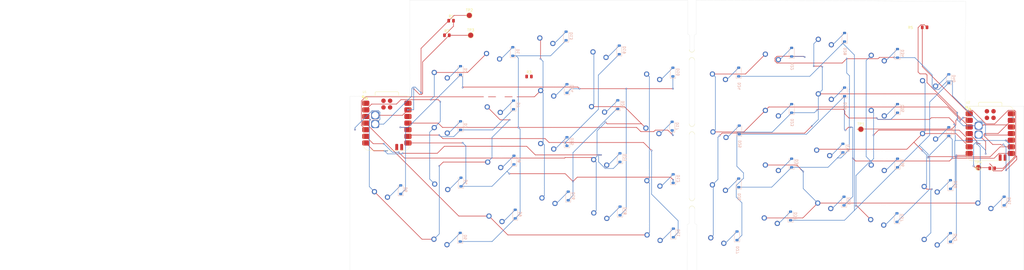
<source format=kicad_pcb>
(kicad_pcb (version 20241229) (generator "pcbnew") (generator_version "9.0")
  (layers (0 "F.Cu" signal) (2 "B.Cu" signal) (13 "F.Paste" user) (15 "B.Paste" user) (5 "F.SilkS" user "F.Silkscreen") (7 "B.SilkS" user "B.Silkscreen") (1 "F.Mask" user) (3 "B.Mask" user) (25 "Edge.Cuts" user))
  (net 0 "")
  (net 1 "Net-(D1-A)")
  (net 2 "Net-(D2-A)")
  (net 3 "Net-(D3-A)")
  (net 4 "Net-(D4-A)")
  (net 5 "Net-(D5-A)")
  (net 6 "Net-(D6-A)")
  (net 7 "Net-(D7-A)")
  (net 8 "Net-(D8-A)")
  (net 9 "Net-(D9-A)")
  (net 10 "Net-(D10-A)")
  (net 11 "Net-(D11-A)")
  (net 12 "Net-(D12-A)")
  (net 13 "Net-(D13-A)")
  (net 14 "Net-(D14-A)")
  (net 15 "Net-(D15-A)")
  (net 16 "Net-(D16-A)")
  (net 17 "Net-(D17-A)")
  (net 18 "Net-(D18-A)")
  (net 19 "Net-(D19-A)")
  (net 20 "Net-(D20-A)")
  (net 21 "Net-(D21-A)")
  (net 22 "Net-(D22-A)")
  (net 23 "Net-(D23-A)")
  (net 24 "Net-(D24-A)")
  (net 25 "Net-(D25-A)")
  (net 26 "Net-(D26-A)")
  (net 27 "Net-(D27-A)")
  (net 28 "Net-(D28-A)")
  (net 29 "Net-(D29-A)")
  (net 30 "Net-(D30-A)")
  (net 31 "Net-(D31-A)")
  (net 32 "Net-(D32-A)")
  (net 33 "/left/VBAT")
  (net 34 "/left/BT_PIN")
  (net 35 "GND")
  (net 36 "/right/BT_PIN")
  (net 37 "/right/VBAT")
  (net 54 "Net-(D33-A)")
  (net 55 "Net-(D34-A)")
  (net 56 "Net-(D35-A)")
  (net 57 "Net-(D36-A)")
  (net 58 "Net-(D37-A)")
  (net 59 "Net-(D38-A)")
  (net 60 "Net-(D39-A)")
  (net 61 "Net-(D40-A)")
  (net 62 "Net-(D41-A)")
  (net 63 "Net-(D42-A)")
  (net 64 "/left/BT-PIN")
  (net 67 "/left/R0")
  (net 68 "/left/R1")
  (net 69 "/left/Ro2")
  (net 70 "/left/Ro3")
  (net 71 "/left/R4")
  (net 72 "/right/R0")
  (net 73 "/right/R1")
  (net 74 "/right/Ro2")
  (net 75 "/right/Ro3")
  (net 76 "/right/R4")
  (net 77 "/right/BT-PIN")
  (net 78 "/left/C0")
  (net 79 "/left/C1")
  (net 80 "/left/C2")
  (net 81 "/left/C3")
  (net 82 "/left/C4")
  (net 83 "/right/C0")
  (net 84 "/right/C1")
  (net 85 "/right/C2")
  (net 86 "/right/C3")
  (net 87 "/right/C4")
  (footprint "PCM_marbastlib-choc:SW_choc_v1_1u" (layer "F.Cu") (at 228.8091 91.6046)
    (property "Reference" "SW35" (hide yes))
    (property "Value" "SW_Push")
  )
  (footprint "PCM_marbastlib-choc:SW_choc_v1_1u" (layer "F.Cu") (at 142.7016 118.56)
    (property "Reference" "SW12" (hide yes))
    (property "Value" "SW_Push")
  )
  (footprint "PCM_marbastlib-choc:SW_choc_v1_1u" (layer "F.Cu") (at 101.9316 104.32)
    (property "Reference" "SW15" (hide yes))
    (property "Value" "SW_Push")
  )
  (footprint "PCM_marbastlib-choc:SW_choc_v1_1u" (layer "F.Cu") (at 187.7491 132.8796)
    (property "Reference" "SW32" (hide yes))
    (property "Value" "SW_Push")
  )
  (footprint "Resistor_SMD:R_0805_2012Metric" (layer "F.Cu") (at 244.3036 63.514)
    (property "Reference" "R5")
    (property "Value" "2m")
  )
  (footprint "PCM_marbastlib-choc:SW_choc_v1_1u" (layer "F.Cu") (at 188.1691 91.6046)
    (property "Reference" "SW23" (hide yes))
    (property "Value" "SW_Push")
  )
  (footprint "PCM_marbastlib-choc:SW_choc_v1_1u" (layer "F.Cu") (at 142.7716 139.4)
    (property "Reference" "SW11" (hide yes))
    (property "Value" "SW_Push")
  )
  (footprint "panelization:mouse-bite-2mm-slot" (layer "F.Cu") (at 154.9972 102.5847 90)
    (property "Reference" "BO3" (hide yes))
    (property "Value" "break off" (hide yes))
  )
  (footprint "PCM_marbastlib-choc:SW_choc_v1_1u" (layer "F.Cu") (at 101.9316 83.98)
    (property "Reference" "SW14" (hide yes))
    (property "Value" "SW_Push")
  )
  (footprint "Resistor_SMD:R_0805_2012Metric" (layer "F.Cu") (at 62.5431 60.974)
    (property "Reference" "R1")
    (property "Value" "806k")
  )
  (footprint "PCM_marbastlib-choc:SW_choc_v1_1u" (layer "F.Cu") (at 61.0816 77.04)
    (property "Reference" "SW2" (hide yes))
    (property "Value" "SW_Push")
  )
  (footprint "PCM_marbastlib-choc:SW_choc_v1_1u" (layer "F.Cu") (at 38.1216 122.8)
    (property "Reference" "SW6" (hide yes))
    (property "Value" "SW_Push")
  )
  (footprint "PCM_marbastlib-choc:SW_choc_v1_1u" (layer "F.Cu") (at 208.4891 85.2546)
    (property "Reference" "SW29" (hide yes))
    (property "Value" "SW_Push")
  )
  (footprint "PCM_marbastlib-choc:SW_choc_v1_1u" (layer "F.Cu") (at 121.4416 90.15)
    (property "Reference" "SW20" (hide yes))
    (property "Value" "SW_Push")
  )
  (footprint "PCM_marbastlib-choc:SW_choc_v1_1u" (layer "F.Cu") (at 142.3116 98.4)
    (property "Reference" "SW17" (hide yes))
    (property "Value" "SW_Push")
  )
  (footprint "panelization:mouse-bite-2mm-slot" (layer "F.Cu") (at 154.9572 74.083 90)
    (property "Reference" "BO1" (hide yes))
    (property "Value" "break off" (hide yes))
  )
  (footprint "TestPoint:TestPoint_Pad_D2.0mm" (layer "F.Cu") (at 219.8434 102.63)
    (property "Reference" "TP1")
    (property "Value" "TestPoint")
  )
  (footprint "PCM_marbastlib-choc:SW_choc_v1_1u" (layer "F.Cu") (at 81.1416 69.76)
    (property "Reference" "SW1" (hide yes))
    (property "Value" "SW_Push")
  )
  (footprint "PCM_marbastlib-choc:SW_choc_v1_1u" (layer "F.Cu") (at 61.2516 119.87)
    (property "Reference" "SW4" (hide yes))
    (property "Value" "SW_Push")
  )
  (footprint "PCM_marbastlib-choc:SW_choc_v1_1u" (layer "F.Cu") (at 122.2716 110.49)
    (property "Reference" "SW21" (hide yes))
    (property "Value" "SW_Push")
  )
  (footprint "PCM_marbastlib-choc:SW_choc_v1_1u" (layer "F.Cu") (at 188.1691 112.5596)
    (property "Reference" "SW30" (hide yes))
    (property "Value" "SW_Push")
  )
  (footprint "PCM_marbastlib-choc:SW_choc_v1_1u" (layer "F.Cu") (at 167.8491 120.1796)
    (property "Reference" "SW26" (hide yes))
    (property "Value" "SW_Push")
  )
  (footprint "PCM_marbastlib-choc:SW_choc_v1_1u" (layer "F.Cu") (at 248.4941 100.4946)
    (property "Reference" "SW41" (hide yes))
    (property "Value" "SW_Push")
  )
  (footprint "PCM_marbastlib-choc:SW_choc_v1_1u" (layer "F.Cu") (at 142.5916 77.65)
    (property "Reference" "SW10" (hide yes))
    (property "Value" "SW_Push")
  )
  (footprint "PCM_marbastlib-choc:SW_choc_v1_1u" (layer "F.Cu") (at 248.4941 80.1746)
    (property "Reference" "SW40" (hide yes))
    (property "Value" "SW_Push")
  )
  (footprint "PCM_marbastlib-choc:SW_choc_v1_1u" (layer "F.Cu") (at 61.0816 98.2)
    (property "Reference" "SW3" (hide yes))
    (property "Value" "SW_Push")
  )
  (footprint "PCM_marbastlib-choc:SW_choc_v1_1u" (layer "F.Cu") (at 208.2741 127.1646)
    (property "Reference" "SW33" (hide yes))
    (property "Value" "SW_Push")
  )
  (footprint "PCM_marbastlib-choc:SW_choc_v1_1u" (layer "F.Cu") (at 122.3116 130.95)
    (property "Reference" "SW18" (hide yes))
    (property "Value" "SW_Push")
  )
  (footprint "PCM_marbastlib-choc:SW_choc_v1_1u" (layer "F.Cu") (at 249.1291 141.1346)
    (property "Reference" "SW42" (hide yes))
    (property "Value" "SW_Push")
  )
  (footprint "TestPoint:TestPoint_Pad_D2.0mm" (layer "F.Cu") (at 264.9538 117.362)
    (property "Reference" "TP4")
    (property "Value" "TestPoint")
  )
  (footprint "Resistor_SMD:R_0805_2012Metric" (layer "F.Cu") (at 92.4516 82.39)
    (property "Reference" "R3")
    (property "Value" "R")
  )
  (footprint "PCM_marbastlib-choc:SW_choc_v1_1u" (layer "F.Cu") (at 81.4216 90.27)
    (property "Reference" "SW7" (hide yes))
    (property "Value" "SW_Push")
  )
  (footprint "PCM_marbastlib-choc:SW_choc_v1_1u" (layer "F.Cu") (at 269.7441 127.1546)
    (property "Reference" "SW31" (hide yes))
    (property "Value" "SW_Push")
  )
  (footprint "panelization:mouse-bite-2mm-slot" (layer "F.Cu") (at 154.9972 131.078 90)
    (property "Reference" "BO2" (hide yes))
    (property "Value" "break off" (hide yes))
  )
  (footprint "PCM_marbastlib-choc:SW_choc_v1_1u" (layer "F.Cu") (at 167.2141 140.4996)
    (property "Reference" "SW27" (hide yes))
    (property "Value" "SW_Push")
  )
  (footprint "PCM_marbastlib-choc:SW_choc_v1_1u" (layer "F.Cu") (at 102.4216 125.21)
    (property "Reference" "SW16" (hide yes))
    (property "Value" "SW_Push")
  )
  (footprint "PCM_marbastlib-choc:SW_choc_v1_1u" (layer "F.Cu") (at 168.0641 99.8596)
    (property "Reference" "SW25" (hide yes))
    (property "Value" "SW_Push")
  )
  (footprint "OP:modified-XIAO-nRF52840-SMD" (layer "F.Cu") (at 269.5291 104.2946)
    (property "Reference" "U2")
    (property "Value" "XIAO-nRF52840-SMD")
  )
  (footprint "TestPoint:TestPoint_Pad_D2.0mm" (layer "F.Cu") (at 70.0596 66.562)
    (property "Reference" "TP3")
    (property "Value" "TestPoint")
  )
  (footprint "Resistor_SMD:R_0805_2012Metric" (layer "F.Cu") (at 60.9156 66.562)
    (property "Reference" "R2")
    (property "Value" "2m")
  )
  (footprint "PCM_marbastlib-choc:SW_choc_v1_1u" (layer "F.Cu") (at 101.6016 63.81)
    (property "Reference" "SW13" (hide yes))
    (property "Value" "SW_Push")
  )
  (footprint "PCM_marbastlib-choc:SW_choc_v1_1u" (layer "F.Cu") (at 122.0116 69.15)
    (property "Reference" "SW19" (hide yes))
    (property "Value" "SW_Push")
  )
  (footprint "PCM_marbastlib-choc:SW_choc_v1_1u" (layer "F.Cu") (at 81.5916 111.43)
    (property "Reference" "SW8" (hide yes))
    (property "Value" "SW_Push")
  )
  (footprint "PCM_marbastlib-choc:SW_choc_v1_1u" (layer "F.Cu") (at 228.5941 133.5146)
    (property "Reference" "SW37" (hide yes))
    (property "Value" "SW_Push")
  )
  (footprint "PCM_marbastlib-choc:SW_choc_v1_1u" (layer "F.Cu") (at 208.4891 64.2996)
    (property "Reference" "SW28" (hide yes))
    (property "Value" "SW_Push")
  )
  (footprint "OP:modified-XIAO-nRF52840-SMD" (layer "F.Cu") (at 37.9216 100.2731)
    (property "Reference" "U1")
    (property "Value" "XIAO-nRF52840-SMD")
  )
  (footprint "PCM_marbastlib-choc:SW_choc_v1_1u" (layer "F.Cu") (at 228.8091 70.4646)
    (property "Reference" "SW34" (hide yes))
    (property "Value" "SW_Push")
  )
  (footprint "PCM_marbastlib-choc:SW_choc_v1_1u" (layer "F.Cu") (at 228.8091 112.5596)
    (property "Reference" "SW36" (hide yes))
    (property "Value" "SW_Push")
  )
  (footprint "PCM_marbastlib-choc:SW_choc_v1_1u" (layer "F.Cu") (at 60.9616 141.04)
    (property "Reference" "SW5" (hide yes))
    (property "Value" "SW_Push")
  )
  (footprint "TestPoint:TestPoint_Pad_D2.0mm" (layer "F.Cu") (at 69.5516 58.942)
    (property "Reference" "TP2")
    (property "Value" "TestPoint")
  )
  (footprint "PCM_marbastlib-choc:SW_choc_v1_1u" (layer "F.Cu") (at 167.8491 77.6346)
    (property "Reference" "SW24" (hide yes))
    (property "Value" "SW_Push")
  )
  (footprint "PCM_marbastlib-choc:SW_choc_v1_1u" (layer "F.Cu") (at 207.8541 106.8446)
    (property "Reference" "SW38" (hide yes))
    (property "Value" "SW_Push")
  )
  (footprint "PCM_marbastlib-choc:SW_choc_v1_1u" (layer "F.Cu") (at 188.1691 70.0146)
    (property "Reference" "SW22" (hide yes))
    (property "Value" "SW_Push")
  )
  (footprint "Resistor_SMD:R_0805_2012Metric" (layer "F.Cu") (at 270.237 117.616)
    (property "Reference" "R4")
    (property "Value" "806k")
  )
  (footprint "PCM_marbastlib-choc:SW_choc_v1_1u" (layer "F.Cu") (at 249.1291 120.8146)
    (property "Reference" "SW39" (hide yes))
    (property "Value" "SW_Push")
  )
  (footprint "PCM_marbastlib-choc:SW_choc_v1_1u" (layer "F.Cu") (at 82.0816 132.16)
    (property "Reference" "SW9" (hide yes))
    (property "Value" "SW_Push")
  )
  (footprint "Diode_SMD:D_SOD-123" (layer "B.Cu") (at 172.9291 80.6646 90)
    (property "Reference" "D24")
    (property "Value" "D")
  )
  (footprint "Diode_SMD:D_SOD-123" (layer "B.Cu") (at 193.2491 115.5896 90)
    (property "Reference" "D30")
    (property "Value" "D")
  )
  (footprint "Diode_SMD:D_SOD-123" (layer "B.Cu") (at 43.2016 125.83 90)
    (property "Reference" "D6")
    (property "Value" "D")
  )
  (footprint "Diode_SMD:D_SOD-123" (layer "B.Cu") (at 86.6716 114.46 90)
    (property "Reference" "D8")
    (property "Value" "D")
  )
  (footprint "Diode_SMD:D_SOD-123" (layer "B.Cu") (at 213.5691 88.2846 90)
    (property "Reference" "D29")
    (property "Value" "D")
  )
  (footprint "Diode_SMD:D_SOD-123" (layer "B.Cu") (at 66.0416 144.07 90)
    (property "Reference" "D5")
    (property "Value" "D")
  )
  (footprint "Diode_SMD:D_SOD-123" (layer "B.Cu") (at 106.6816 66.84 90)
    (property "Reference" "D13")
    (property "Value" "D")
  )
  (footprint "Diode_SMD:D_SOD-123" (layer "B.Cu") (at 147.3916 101.43 90)
    (property "Reference" "D17")
    (property "Value" "D")
  )
  (footprint "Diode_SMD:D_SOD-123" (layer "B.Cu") (at 127.3516 113.52 90)
    (property "Reference" "D21")
    (property "Value" "D")
  )
  (footprint "Diode_SMD:D_SOD-123" (layer "B.Cu") (at 233.8891 73.4946 90)
    (property "Reference" "D34")
    (property "Value" "D")
  )
  (footprint "Diode_SMD:D_SOD-123" (layer "B.Cu") (at 173.1441 102.8896 90)
    (property "Reference" "D25")
    (property "Value" "D")
  )
  (footprint "Diode_SMD:D_SOD-123" (layer "B.Cu") (at 107.0116 107.35 90)
    (property "Reference" "D15")
    (property "Value" "D")
  )
  (footprint "Diode_SMD:D_SOD-123" (layer "B.Cu") (at 233.8891 94.6346 90)
    (property "Reference" "D35")
    (property "Value" "D")
  )
  (footprint "Diode_SMD:D_SOD-123" (layer "B.Cu") (at 86.2216 72.79 90)
    (property "Reference" "D1")
    (property "Value" "D")
  )
  (footprint "Diode_SMD:D_SOD-123" (layer "B.Cu") (at 66.3316 122.9 90)
    (property "Reference" "D4")
    (property "Value" "D")
  )
  (footprint "Diode_SMD:D_SOD-123" (layer "B.Cu") (at 193.2491 73.0446 90)
    (property "Reference" "D22")
    (property "Value" "D")
  )
  (footprint "Diode_SMD:D_SOD-123" (layer "B.Cu") (at 147.7816 121.59 90)
    (property "Reference" "D12")
    (property "Value" "D")
  )
  (footprint "Diode_SMD:D_SOD-123" (layer "B.Cu") (at 233.6741 136.5446 90)
    (property "Reference" "D37")
    (property "Value" "D")
  )
  (footprint "Diode_SMD:D_SOD-123" (layer "B.Cu") (at 147.6716 80.68 90)
    (property "Reference" "D10")
    (property "Value" "D")
  )
  (footprint "Diode_SMD:D_SOD-123" (layer "B.Cu") (at 233.8891 115.5896 90)
    (property "Reference" "D36")
    (property "Value" "D")
  )
  (footprint "Diode_SMD:D_SOD-123" (layer "B.Cu") (at 127.0916 72.18 90)
    (property "Reference" "D19")
    (property "Value" "D")
  )
  (footprint "Diode_SMD:D_SOD-123" (layer "B.Cu") (at 274.8241 130.1846 90)
    (property "Reference" "D31")
    (property "Value" "D")
  )
  (footprint "Diode_SMD:D_SOD-123" (layer "B.Cu") (at 192.8291 135.9096 90)
    (property "Reference" "D32")
    (property "Value" "D")
  )
  (footprint "Diode_SMD:D_SOD-123" (layer "B.Cu") (at 126.5216 93.18 90)
    (property "Reference" "D20")
    (property "Value" "D")
  )
  (footprint "Diode_SMD:D_SOD-123" (layer "B.Cu") (at 253.5741 103.5246 90)
    (property "Reference" "D41")
    (property "Value" "D")
  )
  (footprint "Diode_SMD:D_SOD-123" (layer "B.Cu") (at 193.2491 94.6346 90)
    (property "Reference" "D23")
    (property "Value" "D")
  )
  (footprint "Diode_SMD:D_SOD-123" (layer "B.Cu") (at 254.2091 123.8446 90)
    (property "Reference" "D39")
    (property "Value" "D")
  )
  (footprint "Diode_SMD:D_SOD-123" (layer "B.Cu") (at 66.1616 80.07 90)
    (property "Reference" "D2")
    (property "Value" "D")
  )
  (footprint "Diode_SMD:D_SOD-123" (layer "B.Cu") (at 87.1616 135.19 90)
    (property "Reference" "D9")
    (property "Value" "D")
  )
  (footprint "Diode_SMD:D_SOD-123" (layer "B.Cu") (at 213.5691 67.3296 90)
    (property "Reference" "D28")
    (property "Value" "D")
  )
  (footprint "Diode_SMD:D_SOD-123" (layer "B.Cu") (at 253.5741 83.2046 90)
    (property "Reference" "D40")
    (property "Value" "D")
  )
  (footprint "Diode_SMD:D_SOD-123" (layer "B.Cu") (at 212.9341 109.8746 90)
    (property "Reference" "D38")
    (property "Value" "D")
  )
  (footprint "Diode_SMD:D_SOD-123" (layer "B.Cu") (at 172.2941 143.5296 90)
    (property "Reference" "D27")
    (property "Value" "D")
  )
  (footprint "Diode_SMD:D_SOD-123" (layer "B.Cu") (at 66.1616 101.23 90)
    (property "Reference" "D3")
    (property "Value" "D")
  )
  (footprint "Diode_SMD:D_SOD-123" (layer "B.Cu") (at 254.2091 144.1646 90)
    (property "Reference" "D42")
    (property "Value" "D")
  )
  (footprint "Diode_SMD:D_SOD-123" (layer "B.Cu") (at 127.3916 133.98 90)
    (property "Reference" "D18")
    (property "Value" "D")
  )
  (footprint "Diode_SMD:D_SOD-123" (layer "B.Cu") (at 213.3541 130.1946 90)
    (property "Reference" "D33")
    (property "Value" "D")
  )
  (footprint "Diode_SMD:D_SOD-123" (layer "B.Cu") (at 107.5016 128.24 90)
    (property "Reference" "D16")
    (property "Value" "D")
  )
  (footprint "Diode_SMD:D_SOD-123" (layer "B.Cu") (at 107.0116 87.01 90)
    (property "Reference" "D14")
    (property "Value" "D")
  )
  (footprint "Diode_SMD:D_SOD-123" (layer "B.Cu") (at 172.9291 123.2096 90)
    (property "Reference" "D26")
    (property "Value" "D")
  )
  (footprint "Diode_SMD:D_SOD-123" (layer "B.Cu") (at 86.5016 93.3 90)
    (property "Reference" "D7")
    (property "Value" "D")
  )
  (footprint "Diode_SMD:D_SOD-123" (layer "B.Cu") (at 147.8516 142.43 90)
    (property "Reference" "D11")
    (property "Value" "D")
  )
  (gr_line (start 156.679382 53.0492) (end 260.0516 53.5572) (stroke (width 0.05)) (layer "Edge.Cuts"))
  (gr_line (start 259.7976 93.7446) (end 282.4036 93.7446) (stroke (width 0.05)) (layer "Edge.Cuts"))
  (gr_line (start 154.083382 66.843838) (end 154.081371 72.156859) (stroke (width 0.05)) (layer "Edge.Cuts"))
  (gr_line (start 154.006382 129.1405) (end 154.006382 104.56716) (stroke (width 0.05)) (layer "Edge.Cuts"))
  (gr_arc (start 156.006382 100.617238) (mid 155.006382 101.617238) (end 154.006382 100.617238) (stroke (width 0.05)) (layer "Edge.Cuts"))
  (gr_line (start 156.006382 76.0755) (end 156.006382 100.617238) (stroke (width 0.05)) (layer "Edge.Cuts"))
  (gr_line (start 282.415483 156.732) (end 282.4036 93.7446) (stroke (width 0.05)) (layer "Edge.Cuts"))
  (gr_arc (start 154.006712 76.075532) (mid 155.006366 75.07583) (end 156.006052 76.0755) (stroke (width 0.05)) (layer "Edge.Cuts"))
  (gr_arc (start 154.900933 72.981755) (mid 154.318955 72.741294) (end 154.076371 72.160197) (stroke (width 0.05)) (layer "Edge.Cuts"))
  (gr_line (start 46.6916 53.0492) (end 153.333382 53.0492) (stroke (width 0.05)) (layer "Edge.Cuts"))
  (gr_line (start 153.333382 66.093838) (end 153.333382 53.0492) (stroke (width 0.05)) (layer "Edge.Cuts"))
  (gr_arc (start 153.333382 66.093838) (mid 153.863712 66.313508) (end 154.083382 66.843838) (stroke (width 0.05)) (layer "Edge.Cuts"))
  (gr_line (start 156.756495 156.6812) (end 282.415483 156.732) (stroke (width 0.05)) (layer "Edge.Cuts"))
  (gr_line (start 155.929382 66.843838) (end 155.931393 72.156859) (stroke (width 0.05)) (layer "Edge.Cuts"))
  (gr_line (start 154.006382 76.0755) (end 154.006382 100.617238) (stroke (width 0.05)) (layer "Edge.Cuts"))
  (gr_line (start 156.679382 66.093838) (end 156.679382 53.0492) (stroke (width 0.05)) (layer "Edge.Cuts"))
  (gr_arc (start 156.756495 139.094087) (mid 156.22611 138.874454) (end 156.006382 138.344087) (stroke (width 0.05)) (layer "Edge.Cuts"))
  (gr_line (start 46.7766 89.7231) (end 23.73 89.93) (stroke (width 0.05)) (layer "Edge.Cuts"))
  (gr_line (start 156.756495 139.094087) (end 156.756495 156.6812) (stroke (width 0.05)) (layer "Edge.Cuts"))
  (gr_line (start 156.006382 129.1405) (end 156.006382 104.56716) (stroke (width 0.05)) (layer "Edge.Cuts"))
  (gr_line (start 153.268237 139.094087) (end 153.256269 156.6812) (stroke (width 0.05)) (layer "Edge.Cuts"))
  (gr_arc (start 154.006382 133.0655) (mid 155.006382 132.0655) (end 156.006382 133.0655) (stroke (width 0.05)) (layer "Edge.Cuts"))
  (gr_line (start 46.7766 89.7231) (end 46.6916 53.0492) (stroke (width 0.05)) (layer "Edge.Cuts"))
  (gr_line (start 153.256269 156.6812) (end 23.73 156.6812) (stroke (width 0.05)) (layer "Edge.Cuts"))
  (gr_line (start 156.006382 138.344087) (end 156.006382 133.0655) (stroke (width 0.05)) (layer "Edge.Cuts"))
  (gr_arc (start 154.006457 104.567162) (mid 155.006457 103.567162) (end 156.006457 104.567162) (stroke (width 0.05)) (layer "Edge.Cuts"))
  (gr_arc (start 154.006476 138.344087) (mid 153.790943 138.870265) (end 153.268237 139.094087) (stroke (width 0.05)) (layer "Edge.Cuts"))
  (gr_line (start 154.006382 138.344087) (end 154.006382 133.0655) (stroke (width 0.05)) (layer "Edge.Cuts"))
  (gr_line (start 23.73 89.93) (end 23.73 103.834338) (stroke (width 0.05)) (layer "Edge.Cuts"))
  (gr_line (start 259.7976 93.7446) (end 260.0516 53.5572) (stroke (width 0.05)) (layer "Edge.Cuts"))
  (gr_line (start 23.73 103.834338) (end 23.73 156.6812) (stroke (width 0.05)) (layer "Edge.Cuts"))
  (gr_arc (start 155.931393 72.156859) (mid 155.687537 72.736914) (end 155.103856 72.97196) (stroke (width 0.05)) (layer "Edge.Cuts"))
  (gr_line (start 154.900933 72.981755) (end 155.101517 72.97196) (stroke (width 0.05)) (layer "Edge.Cuts"))
  (gr_arc (start 156.006382 129.1405) (mid 155.006382 130.1405) (end 154.006382 129.1405) (stroke (width 0.05)) (layer "Edge.Cuts"))
  (gr_arc (start 155.929382 66.843838) (mid 156.149052 66.313508) (end 156.679382 66.093838) (stroke (width 0.05)) (layer "Edge.Cuts"))
  (segment (start 81.1416 75.66) (end 81.7016 75.66) (width 0.2) (layer "B.Cu") (net 1))
  (segment (start 81.7016 75.66) (end 86.2216 71.14) (width 0.2) (layer "B.Cu") (net 1))
  (segment (start 61.6416 82.94) (end 66.1616 78.42) (width 0.2) (layer "B.Cu") (net 2))
  (segment (start 61.0816 82.94) (end 61.6416 82.94) (width 0.2) (layer "B.Cu") (net 2))
  (segment (start 61.6416 104.1) (end 66.1616 99.58) (width 0.2) (layer "B.Cu") (net 3))
  (segment (start 61.0816 104.1) (end 61.6416 104.1) (width 0.2) (layer "B.Cu") (net 3))
  (segment (start 61.8116 125.77) (end 66.3316 121.25) (width 0.2) (layer "B.Cu") (net 4))
  (segment (start 61.2516 125.77) (end 61.8116 125.77) (width 0.2) (layer "B.Cu") (net 4))
  (segment (start 60.9616 146.94) (end 61.5216 146.94) (width 0.2) (layer "B.Cu") (net 5))
  (segment (start 61.5216 146.94) (end 66.0416 142.42) (width 0.2) (layer "B.Cu") (net 5))
  (segment (start 38.6816 128.7) (end 43.2016 124.18) (width 0.2) (layer "B.Cu") (net 6))
  (segment (start 38.1216 128.7) (end 38.6816 128.7) (width 0.2) (layer "B.Cu") (net 6))
  (segment (start 81.4216 96.17) (end 81.9816 96.17) (width 0.2) (layer "B.Cu") (net 7))
  (segment (start 81.9816 96.17) (end 86.5016 91.65) (width 0.2) (layer "B.Cu") (net 7))
  (segment (start 82.1516 117.33) (end 86.6716 112.81) (width 0.2) (layer "B.Cu") (net 8))
  (segment (start 81.5916 117.33) (end 82.1516 117.33) (width 0.2) (layer "B.Cu") (net 8))
  (segment (start 82.6416 138.06) (end 87.1616 133.54) (width 0.2) (layer "B.Cu") (net 9))
  (segment (start 82.0816 138.06) (end 82.6416 138.06) (width 0.2) (layer "B.Cu") (net 9))
  (segment (start 143.1516 83.55) (end 147.6716 79.03) (width 0.2) (layer "B.Cu") (net 10))
  (segment (start 142.5916 83.55) (end 143.1516 83.55) (width 0.2) (layer "B.Cu") (net 10))
  (segment (start 143.3316 145.3) (end 147.8516 140.78) (width 0.2) (layer "B.Cu") (net 11))
  (segment (start 142.7716 145.3) (end 143.3316 145.3) (width 0.2) (layer "B.Cu") (net 11))
  (segment (start 142.7016 124.46) (end 143.2616 124.46) (width 0.2) (layer "B.Cu") (net 12))
  (segment (start 143.2616 124.46) (end 147.7816 119.94) (width 0.2) (layer "B.Cu") (net 12))
  (segment (start 102.1616 69.71) (end 106.6816 65.19) (width 0.2) (layer "B.Cu") (net 13))
  (segment (start 101.6016 69.71) (end 102.1616 69.71) (width 0.2) (layer "B.Cu") (net 13))
  (segment (start 101.9316 89.88) (end 102.4916 89.88) (width 0.2) (layer "B.Cu") (net 14))
  (segment (start 102.4916 89.88) (end 107.0116 85.36) (width 0.2) (layer "B.Cu") (net 14))
  (segment (start 102.4916 110.22) (end 107.0116 105.7) (width 0.2) (layer "B.Cu") (net 15))
  (segment (start 101.9316 110.22) (end 102.4916 110.22) (width 0.2) (layer "B.Cu") (net 15))
  (segment (start 102.4216 131.11) (end 102.9816 131.11) (width 0.2) (layer "B.Cu") (net 16))
  (segment (start 102.9816 131.11) (end 107.5016 126.59) (width 0.2) (layer "B.Cu") (net 16))
  (segment (start 142.8716 104.3) (end 147.3916 99.78) (width 0.2) (layer "B.Cu") (net 17))
  (segment (start 142.3116 104.3) (end 142.8716 104.3) (width 0.2) (layer "B.Cu") (net 17))
  (segment (start 122.8716 136.85) (end 127.3916 132.33) (width 0.2) (layer "B.Cu") (net 18))
  (segment (start 122.3116 136.85) (end 122.8716 136.85) (width 0.2) (layer "B.Cu") (net 18))
  (segment (start 122.0116 75.05) (end 122.5716 75.05) (width 0.2) (layer "B.Cu") (net 19))
  (segment (start 122.5716 75.05) (end 127.0916 70.53) (width 0.2) (layer "B.Cu") (net 19))
  (segment (start 122.0016 96.05) (end 126.5216 91.53) (width 0.2) (layer "B.Cu") (net 20))
  (segment (start 121.4416 96.05) (end 122.0016 96.05) (width 0.2) (layer "B.Cu") (net 20))
  (segment (start 122.8316 116.39) (end 127.3516 111.87) (width 0.2) (layer "B.Cu") (net 21))
  (segment (start 122.2716 116.39) (end 122.8316 116.39) (width 0.2) (layer "B.Cu") (net 21))
  (segment (start 188.7296 75.9146) (end 193.2496 71.3946) (width 0.2) (layer "B.Cu") (net 22))
  (segment (start 188.1696 75.9146) (end 188.7296 75.9146) (width 0.2) (layer "B.Cu") (net 22))
  (segment (start 188.7296 97.5046) (end 193.2496 92.9846) (width 0.2) (layer "B.Cu") (net 23))
  (segment (start 188.1696 97.5046) (end 188.7296 97.5046) (width 0.2) (layer "B.Cu") (net 23))
  (segment (start 167.8496 83.5346) (end 168.4096 83.5346) (width 0.2) (layer "B.Cu") (net 24))
  (segment (start 168.4096 83.5346) (end 172.9296 79.0146) (width 0.2) (layer "B.Cu") (net 24))
  (segment (start 168.0636 105.7596) (end 168.0641 105.7596) (width 0.2) (layer "B.Cu") (net 25))
  (segment (start 168.6236 105.7596) (end 173.1436 101.2396) (width 0.2) (layer "B.Cu") (net 25))
  (segment (start 168.0641 105.7596) (end 168.6236 105.7596) (width 0.2) (layer "B.Cu") (net 25))
  (segment (start 167.8492 126.0796) (end 167.8496 126.08) (width 0.2) (layer "B.Cu") (net 26))
  (segment (start 168.4096 126.08) (end 172.9296 121.56) (width 0.2) (layer "B.Cu") (net 26))
  (segment (start 167.8496 126.08) (end 168.4096 126.08) (width 0.2) (layer "B.Cu") (net 26))
  (segment (start 167.8491 126.0796) (end 167.8492 126.0796) (width 0.2) (layer "B.Cu") (net 26))
  (segment (start 167.7736 146.4) (end 172.2936 141.88) (width 0.2) (layer "B.Cu") (net 27))
  (segment (start 167.2141 146.3996) (end 167.2141 146.4) (width 0.2) (layer "B.Cu") (net 27))
  (segment (start 167.2141 146.4) (end 167.7736 146.4) (width 0.2) (layer "B.Cu") (net 27))
  (segment (start 167.2136 146.4) (end 167.2141 146.4) (width 0.2) (layer "B.Cu") (net 27))
  (segment (start 209.0496 70.1996) (end 213.5696 65.6796) (width 0.2) (layer "B.Cu") (net 28))
  (segment (start 208.4896 70.1996) (end 209.0496 70.1996) (width 0.2) (layer "B.Cu") (net 28))
  (segment (start 209.0496 91.1546) (end 213.5696 86.6346) (width 0.2) (layer "B.Cu") (net 29))
  (segment (start 208.4896 91.1546) (end 209.0496 91.1546) (width 0.2) (layer "B.Cu") (net 29))
  (segment (start 188.1696 118.46) (end 188.7296 118.46) (width 0.2) (layer "B.Cu") (net 30))
  (segment (start 188.1692 118.4596) (end 188.1696 118.46) (width 0.2) (layer "B.Cu") (net 30))
  (segment (start 188.7296 118.46) (end 193.2496 113.94) (width 0.2) (layer "B.Cu") (net 30))
  (segment (start 188.1691 118.4596) (end 188.1692 118.4596) (width 0.2) (layer "B.Cu") (net 30))
  (segment (start 269.7436 133.055) (end 270.0236 133.055) (width 0.2) (layer "B.Cu") (net 31))
  (segment (start 270.3036 133.055) (end 274.8236 128.535) (width 0.2) (layer "B.Cu") (net 31))
  (segment (start 269.7445 133.055) (end 269.7441 133.0546) (width 0.2) (layer "B.Cu") (net 31))
  (segment (start 270.0236 133.055) (end 269.7445 133.055) (width 0.2) (layer "B.Cu") (net 31))
  (segment (start 270.0236 133.055) (end 270.3036 133.055) (width 0.2) (layer "B.Cu") (net 31))
  (segment (start 187.7491 138.7796) (end 187.7492 138.7796) (width 0.2) (layer "B.Cu") (net 32))
  (segment (start 187.7496 138.78) (end 188.3096 138.78) (width 0.2) (layer "B.Cu") (net 32))
  (segment (start 188.3096 138.78) (end 192.8296 134.26) (width 0.2) (layer "B.Cu") (net 32))
  (segment (start 187.7492 138.7796) (end 187.7496 138.78) (width 0.2) (layer "B.Cu") (net 32))
  (segment (start 61.6306 60.974) (end 63.6626 58.942) (width 0.2) (layer "F.Cu") (net 33))
  (segment (start 51.0096 71.595) (end 51.0096 88.66) (width 0.2) (layer "F.Cu") (net 33))
  (segment (start 61.6306 60.974) (end 51.0096 71.595) (width 0.2) (layer "F.Cu") (net 33))
  (segment (start 63.6626 58.942) (end 69.5516 58.942) (width 0.2) (layer "F.Cu") (net 33))
  (via (at 51.0096 88.66) (size 0.6) (drill 0.3) (layers "F.Cu" "B.Cu") (net 33))
  (via (at 51.0096 88.66) (size 0.6) (drill 0.3) (layers "F.Cu" "B.Cu") (net 33))
  (via (at 51.0096 88.66) (size 0.6) (drill 0.3) (layers "F.Cu" "B.Cu") (net 33))
  (via (at 25.6604 102.7824) (size 0.6) (drill 0.3) (layers "F.Cu" "B.Cu") (net 33))
  (via (at 51.0096 88.66) (size 0.6) (drill 0.3) (layers "F.Cu" "B.Cu") (net 33))
  (via (at 51.0096 88.66) (size 0.6) (drill 0.3) (layers "F.Cu" "B.Cu") (net 33))
  (segment (start 47.4536 86.946457) (end 47.4536 89.896855) (width 0.2) (layer "B.Cu") (net 33))
  (segment (start 47.941257 86.4588) (end 47.4536 86.946457) (width 0.2) (layer "B.Cu") (net 33))
  (segment (start 51.0096 88.66) (end 48.8084 86.4588) (width 0.2) (layer "B.Cu") (net 33))
  (segment (start 25.6604 102.04796) (end 32.23626 95.4721) (width 0.2) (layer "B.Cu") (net 33))
  (segment (start 25.6604 102.7824) (end 25.6604 102.04796) (width 0.2) (layer "B.Cu") (net 33))
  (segment (start 47.4536 89.896855) (end 36.677355 100.6731) (width 0.2) (layer "B.Cu") (net 33))
  (segment (start 35.2226 96.08776) (end 35.2226 98.8721) (width 0.2) (layer "B.Cu") (net 33))
  (segment (start 35.2226 98.8721) (end 33.4216 100.6731) (width 0.2) (layer "B.Cu") (net 33))
  (segment (start 32.23626 95.4721) (end 34.60694 95.4721) (width 0.2) (layer "B.Cu") (net 33))
  (segment (start 36.677355 100.6731) (end 33.4216 100.6731) (width 0.2) (layer "B.Cu") (net 33))
  (segment (start 34.60694 95.4721) (end 35.2226 96.08776) (width 0.2) (layer "B.Cu") (net 33))
  (segment (start 48.8084 86.4588) (end 47.941257 86.4588) (width 0.2) (layer "B.Cu") (net 33))
  (segment (start 51.6106 76.7795) (end 51.6106 88.908943) (width 0.2) (layer "F.Cu") (net 35))
  (segment (start 270.336 116.93084) (end 270.336 118.30116) (width 0.2) (layer "F.Cu") (net 35))
  (segment (start 278.104834 98.693866) (end 277.5841 99.2146) (width 0.2) (layer "F.Cu") (net 35))
  (segment (start 270.65184 118.617) (end 273.963858 118.617) (width 0.2) (layer "F.Cu") (net 35))
  (segment (start 256.272 99.2976) (end 256.881685 98.687915) (width 0.2) (layer "F.Cu") (net 35))
  (segment (start 275.8368 100.9619) (end 266.8568 100.9619) (width 0.2) (layer "F.Cu") (net 35))
  (segment (start 242.89344 62.513) (end 241.7931 63.61334) (width 0.2) (layer "F.Cu") (net 35))
  (segment (start 269.225868 115.820708) (end 270.336 116.93084) (width 0.2) (layer "F.Cu") (net 35))
  (segment (start 267.409757 104.2627) (end 267.0577 104.614757) (width 0.2) (layer "F.Cu") (net 35))
  (segment (start 279.6611 114.2625) (end 279.6611 112.919758) (width 0.2) (layer "F.Cu") (net 35))
  (segment (start 265.1954 101.1282) (end 265.1954 101.1283) (width 0.2) (layer "F.Cu") (net 35))
  (segment (start 278.104834 98.1746) (end 278.104834 98.693866) (width 0.2) (layer "F.Cu") (net 35))
  (segment (start 267.0577 105.112643) (end 270.417057 108.472) (width 0.2) (layer "F.Cu") (net 35))
  (segment (start 274.2756 108.726) (end 274.5296 108.472) (width 0.2) (layer "F.Cu") (net 35))
  (segment (start 245.2161 63.514) (end 244.2151 62.513) (width 0.2) (layer "F.Cu") (net 35))
  (segment (start 277.5841 99.2146) (end 275.87315 100.92555) (width 0.2) (layer "F.Cu") (net 35))
  (segment (start 245.2161 84.7465) (end 256.7496 96.28) (width 0.2) (layer "F.Cu") (net 35))
  (segment (start 242.49663 81.3756) (end 244.792258 81.3756) (width 0.2) (layer "F.Cu") (net 35))
  (segment (start 219.9278 102.5456) (end 254.724443 102.5456) (width 0.2) (layer "F.Cu") (net 35))
  (segment (start 33.4216 97.2731) (end 43.8966 97.2731) (width 0.2) (layer "F.Cu") (net 35))
  (segment (start 275.87315 100.92555) (end 275.8368 100.9619) (width 0.2) (layer "F.Cu") (net 35))
  (segment (start 266.8568 100.9619) (end 266.6905 101.1282) (width 0.2) (layer "F.Cu") (net 35))
  (segment (start 266.6905 101.1282) (end 265.1954 101.1282) (width 0.2) (layer "F.Cu") (net 35))
  (segment (start 50.3914 89.261) (end 48.1902 87.0598) (width 0.2) (layer "F.Cu") (net 35))
  (segment (start 244.2151 62.513) (end 242.89344 62.513) (width 0.2) (layer "F.Cu") (net 35))
  (segment (start 270.417057 108.472) (end 273.5136 108.472) (width 0.2) (layer "F.Cu") (net 35))
  (segment (start 241.7931 80.67207) (end 242.49663 81.3756) (width 0.2) (layer "F.Cu") (net 35))
  (segment (start 273.5136 108.472) (end 273.7676 108.726) (width 0.2) (layer "F.Cu") (net 35))
  (segment (start 219.8434 102.63) (end 219.9278 102.5456) (width 0.2) (layer "F.Cu") (net 35))
  (segment (start 273.7676 108.726) (end 274.2756 108.726) (width 0.2) (layer "F.Cu") (net 35))
  (segment (start 275.5456 118.378) (end 279.6611 114.2625) (width 0.2) (layer "F.Cu") (net 35))
  (segment (start 244.792258 81.3756) (end 245.2161 81.799442) (width 0.2) (layer "F.Cu") (net 35))
  (segment (start 275.87315 100.92555) (end 272.536 104.2627) (width 0.2) (layer "F.Cu") (net 35))
  (segment (start 61.8281 66.562) (end 51.6106 76.7795) (width 0.2) (layer "F.Cu") (net 35))
  (segment (start 273.963858 118.617) (end 279.6611 112.919758) (width 0.2) (layer "F.Cu") (net 35))
  (segment (start 267.0577 104.614757) (end 267.0577 105.112643) (width 0.2) (layer "F.Cu") (net 35))
  (segment (start 272.536 104.2627) (end 267.409757 104.2627) (width 0.2) (layer "F.Cu") (net 35))
  (segment (start 245.2161 81.799442) (end 245.2161 84.7465) (width 0.2) (layer "F.Cu") (net 35))
  (segment (start 265.1954 101.1283) (end 265.0291 101.2946) (width 0.2) (layer "F.Cu") (net 35))
  (segment (start 241.7931 63.61334) (end 241.7931 80.67207) (width 0.2) (layer "F.Cu") (net 35))
  (segment (start 219.8434 102.63) (end 218.429187 102.63) (width 0.2) (layer "F.Cu") (net 35))
  (segment (start 256.272 100.998043) (end 256.272 99.2976) (width 0.2) (layer "F.Cu") (net 35))
  (segment (start 43.8966 97.2731) (end 45.9766 95.1931) (width 0.2) (layer "F.Cu") (net 35))
  (segment (start 51.258543 89.261) (end 50.3914 89.261) (width 0.2) (layer "F.Cu") (net 35))
  (segment (start 51.6106 88.908943) (end 51.258543 89.261) (width 0.2) (layer "F.Cu") (net 35))
  (segment (start 266.8568 100.9619) (end 266.6905 101.1282) (width 0.2) (layer "F.Cu") (net 35))
  (segment (start 270.336 118.30116) (end 270.65184 118.617) (width 0.2) (layer "F.Cu") (net 35))
  (segment (start 254.724443 102.5456) (end 256.272 100.998043) (width 0.2) (layer "F.Cu") (net 35))
  (segment (start 61.8281 66.562) (end 70.0596 66.562) (width 0.2) (layer "F.Cu") (net 35))
  (via (at 278.104834 98.1746) (size 0.6) (drill 0.3) (layers "F.Cu" "B.Cu") (net 35))
  (via (at 256.771565 96.258035) (size 0.6) (drill 0.3) (layers "F.Cu" "B.Cu") (net 35))
  (via (at 274.5296 108.472) (size 0.6) (drill 0.3) (layers "F.Cu" "B.Cu") (net 35))
  (via (at 48.1902 87.0598) (size 0.6) (drill 0.3) (layers "F.Cu" "B.Cu") (net 35))
  (via (at 256.881685 98.687915) (size 0.6) (drill 0.3) (layers "F.Cu" "B.Cu") (net 35))
  (via (at 45.9766 95.1931) (size 0.6) (drill 0.3) (layers "F.Cu" "B.Cu") (net 35))
  (via (at 275.5456 118.378) (size 0.6) (drill 0.3) (layers "F.Cu" "B.Cu") (net 35))
  (segment (start 256.881685 99.052028) (end 259.124257 101.2946) (width 0.2) (layer "B.Cu") (net 35))
  (segment (start 256.881685 96.412085) (end 256.771565 96.301965) (width 0.2) (layer "B.Cu") (net 35))
  (segment (start 256.771565 96.301965) (end 256.771565 96.258035) (width 0.2) (layer "B.Cu") (net 35))
  (segment (start 48.1902 95.1116) (end 48.1394 95.1624) (width 0.2) (layer "B.Cu") (net 35))
  (segment (start 256.881685 98.687915) (end 256.881685 99.052028) (width 0.2) (layer "B.Cu") (net 35))
  (segment (start 46.0073 95.1624) (end 45.9766 95.1931) (width 0.2) (layer "B.Cu") (net 35))
  (segment (start 48.1394 95.1624) (end 46.0073 95.1624) (width 0.2) (layer "B.Cu") (net 35))
  (segment (start 259.124257 101.2946) (end 265.0291 101.2946) (width 0.2) (layer "B.Cu") (net 35))
  (segment (start 275.5456 109.488) (end 275.5456 118.378) (width 0.2) (layer "B.Cu") (net 35))
  (segment (start 256.881685 98.687915) (end 256.881685 96.412085) (width 0.2) (layer "B.Cu") (net 35))
  (segment (start 278.272234 98.0072) (end 278.104834 98.1746) (width 0.2) (layer "B.Cu") (net 35))
  (segment (start 274.5296 108.472) (end 275.5456 109.488) (width 0.2) (layer "B.Cu") (net 35))
  (segment (start 48.1902 87.0598) (end 48.1902 95.1116) (width 0.2) (layer "B.Cu") (net 35))
  (segment (start 275.5456 118.378) (end 275.7996 118.378) (width 0.2) (layer "B.Cu") (net 35))
  (segment (start 264.9538 117.362) (end 269.0705 117.362) (width 0.2) (layer "F.Cu") (net 37))
  (segment (start 265.0291 104.6946) (end 267.7224 107.3879) (width 0.2) (layer "F.Cu") (net 37))
  (segment (start 269.0705 117.362) (end 269.3245 117.616) (width 0.2) (layer "F.Cu") (net 37))
  (segment (start 263.7092 117.362) (end 264.9538 117.362) (width 0.2) (layer "F.Cu") (net 37))
  (segment (start 263.0996 116.7524) (end 263.7092 117.362) (width 0.2) (layer "F.Cu") (net 37))
  (segment (start 267.7224 107.3879) (end 267.7224 112.028) (width 0.2) (layer "F.Cu") (net 37))
  (via (at 267.7224 112.028) (size 0.6) (drill 0.3) (layers "F.Cu" "B.Cu") (net 37))
  (via (at 263.0996 116.7524) (size 0.6) (drill 0.3) (layers "F.Cu" "B.Cu") (net 37))
  (via (at 263.0996 116.7524) (size 0.6) (drill 0.3) (layers "F.Cu" "B.Cu") (net 37))
  (segment (start 263.0996 108.530657) (end 263.0996 116.7524) (width 0.2) (layer "B.Cu") (net 37))
  (segment (start 264.051957 107.5783) (end 263.0996 108.530657) (width 0.2) (layer "B.Cu") (net 37))
  (segment (start 267.7224 112.028) (end 267.7224 110.750857) (width 0.2) (layer "B.Cu") (net 37))
  (segment (start 264.549843 107.5783) (end 264.051957 107.5783) (width 0.2) (layer "B.Cu") (net 37))
  (segment (start 267.7224 110.750857) (end 264.549843 107.5783) (width 0.2) (layer "B.Cu") (net 37))
  (segment (start 208.2736 133.065) (end 208.2741 133.065) (width 0.2) (layer "B.Cu") (net 54))
  (segment (start 208.2741 133.0646) (end 208.2741 133.065) (width 0.2) (layer "B.Cu") (net 54))
  (segment (start 208.2741 133.065) (end 208.8336 133.065) (width 0.2) (layer "B.Cu") (net 54))
  (segment (start 208.8336 133.065) (end 213.3536 128.545) (width 0.2) (layer "B.Cu") (net 54))
  (segment (start 229.3696 76.3646) (end 233.8896 71.8446) (width 0.2) (layer "B.Cu") (net 55))
  (segment (start 228.8096 76.3646) (end 229.3696 76.3646) (width 0.2) (layer "B.Cu") (net 55))
  (segment (start 229.3696 97.5046) (end 233.8896 92.9846) (width 0.2) (layer "B.Cu") (net 56))
  (segment (start 228.8096 97.5046) (end 229.3696 97.5046) (width 0.2) (layer "B.Cu") (net 56))
  (segment (start 228.8092 118.4596) (end 228.8096 118.46) (width 0.2) (layer "B.Cu") (net 57))
  (segment (start 228.8096 118.46) (end 229.3696 118.46) (width 0.2) (layer "B.Cu") (net 57))
  (segment (start 229.3696 118.46) (end 233.8896 113.94) (width 0.2) (layer "B.Cu") (net 57))
  (segment (start 228.8091 118.4596) (end 228.8092 118.4596) (width 0.2) (layer "B.Cu") (net 57))
  (segment (start 228.5945 139.415) (end 228.5941 139.4146) (width 0.2) (layer "B.Cu") (net 58))
  (segment (start 228.8736 139.415) (end 229.1536 139.415) (width 0.2) (layer "B.Cu") (net 58))
  (segment (start 228.8736 139.415) (end 228.5945 139.415) (width 0.2) (layer "B.Cu") (net 58))
  (segment (start 229.1536 139.415) (end 233.6736 134.895) (width 0.2) (layer "B.Cu") (net 58))
  (segment (start 228.5936 139.415) (end 228.8736 139.415) (width 0.2) (layer "B.Cu") (net 58))
  (segment (start 208.1336 112.745) (end 208.4136 112.745) (width 0.2) (layer "B.Cu") (net 59))
  (segment (start 207.8536 112.745) (end 208.1336 112.745) (width 0.2) (layer "B.Cu") (net 59))
  (segment (start 208.1336 112.745) (end 207.8545 112.745) (width 0.2) (layer "B.Cu") (net 59))
  (segment (start 208.4136 112.745) (end 212.9336 108.2246) (width 0.2) (layer "B.Cu") (net 59))
  (segment (start 207.8545 112.745) (end 207.8541 112.7446) (width 0.2) (layer "B.Cu") (net 59))
  (segment (start 249.1292 126.7146) (end 249.1296 126.715) (width 0.2) (layer "B.Cu") (net 60))
  (segment (start 249.1296 126.715) (end 249.6896 126.715) (width 0.2) (layer "B.Cu") (net 60))
  (segment (start 249.1291 126.7146) (end 249.1292 126.7146) (width 0.2) (layer "B.Cu") (net 60))
  (segment (start 249.6896 126.715) (end 254.2096 122.195) (width 0.2) (layer "B.Cu") (net 60))
  (segment (start 248.4936 86.0746) (end 248.4941 86.0746) (width 0.2) (layer "B.Cu") (net 61))
  (segment (start 248.4941 86.0746) (end 249.0536 86.0746) (width 0.2) (layer "B.Cu") (net 61))
  (segment (start 249.0536 86.0746) (end 253.5736 81.5546) (width 0.2) (layer "B.Cu") (net 61))
  (segment (start 248.4936 106.3946) (end 248.4941 106.3946) (width 0.2) (layer "B.Cu") (net 62))
  (segment (start 249.0536 106.3946) (end 253.5736 101.8746) (width 0.2) (layer "B.Cu") (net 62))
  (segment (start 248.4941 106.3946) (end 249.0536 106.3946) (width 0.2) (layer "B.Cu") (net 62))
  (segment (start 249.6896 147.035) (end 254.2096 142.515) (width 0.2) (layer "B.Cu") (net 63))
  (segment (start 249.1296 147.035) (end 249.6896 147.035) (width 0.2) (layer "B.Cu") (net 63))
  (segment (start 249.1291 147.0346) (end 249.1292 147.0346) (width 0.2) (layer "B.Cu") (net 63))
  (segment (start 249.1292 147.0346) (end 249.1296 147.035) (width 0.2) (layer "B.Cu") (net 63))
  (segment (start 63.4556 60.974) (end 63.4556 63.1095) (width 0.2) (layer "F.Cu") (net 64))
  (segment (start 63.4556 63.1095) (end 60.0031 66.562) (width 0.2) (layer "F.Cu") (net 64))
  (segment (start 59.2433 101.9387) (end 88.3508 101.9387) (width 0.2) (layer "F.Cu") (net 67))
  (segment (start 133.7613 101.9387) (end 135.3554 103.5328) (width 0.2) (layer "F.Cu") (net 67))
  (segment (start 57.5777 100.2731) (end 59.2433 101.9387) (width 0.2) (layer "F.Cu") (net 67))
  (segment (start 88.3508 101.9387) (end 133.7613 101.9387) (width 0.2) (layer "F.Cu") (net 67))
  (segment (start 140.9277 102.9662) (end 145.7298 102.9662) (width 0.2) (layer "F.Cu") (net 67))
  (segment (start 135.3554 103.5328) (end 140.3611 103.5328) (width 0.2) (layer "F.Cu") (net 67))
  (segment (start 140.3611 103.5328) (end 140.9277 102.9662) (width 0.2) (layer "F.Cu") (net 67))
  (segment (start 145.7298 102.9662) (end 147.7026 104.939) (width 0.2) (layer "F.Cu") (net 67))
  (segment (start 45.9766 100.2731) (end 57.5777 100.2731) (width 0.2) (layer "F.Cu") (net 67))
  (via (at 147.7026 104.939) (size 0.6) (drill 0.3) (layers "F.Cu" "B.Cu") (net 67))
  (via (at 88.3508 101.9387) (size 0.6) (drill 0.3) (layers "F.Cu" "B.Cu") (net 67))
  (segment (start 87.4674 74.44) (end 100.7316 74.44) (width 0.2) (layer "B.Cu") (net 67))
  (segment (start 100.7316 74.44) (end 106.6816 68.49) (width 0.2) (layer "B.Cu") (net 67))
  (segment (start 147.7026 104.939) (end 147.3916 104.628) (width 0.2) (layer "B.Cu") (net 67))
  (segment (start 89.0379 102.6258) (end 89.0379 134.9637) (width 0.2) (layer "B.Cu") (net 67))
  (segment (start 66.0416 145.72) (end 78.2816 145.72) (width 0.2) (layer "B.Cu") (net 67))
  (segment (start 78.2816 145.72) (end 87.1616 136.84) (width 0.2) (layer "B.Cu") (net 67))
  (segment (start 89.0379 134.9637) (end 87.1616 136.84) (width 0.2) (layer "B.Cu") (net 67))
  (segment (start 88.3508 101.9387) (end 89.0379 102.6258) (width 0.2) (layer "B.Cu") (net 67))
  (segment (start 88.3508 75.3234) (end 88.3508 101.9387) (width 0.2) (layer "B.Cu") (net 67))
  (segment (start 147.3916 104.628) (end 147.3916 103.08) (width 0.2) (layer "B.Cu") (net 67))
  (segment (start 87.4674 74.44) (end 88.3508 75.3234) (width 0.2) (layer "B.Cu") (net 67))
  (segment (start 86.2216 74.44) (end 87.4674 74.44) (width 0.2) (layer "B.Cu") (net 67))
  (segment (start 129.7644 87.0635) (end 147.7026 87.0635) (width 0.2) (layer "F.Cu") (net 68))
  (segment (start 45.0605 101.897) (end 45.9766 102.8131) (width 0.2) (layer "F.Cu") (net 68))
  (segment (start 111.2031 86.4404) (end 111.8262 87.0635) (width 0.2) (layer "F.Cu") (net 68))
  (segment (start 66.9807 86.6301) (end 67.1704 86.4404) (width 0.2) (layer "F.Cu") (net 68))
  (segment (start 43.0631 101.897) (end 45.0605 101.897) (width 0.2) (layer "F.Cu") (net 68))
  (segment (start 67.1704 86.4404) (end 111.2031 86.4404) (width 0.2) (layer "F.Cu") (net 68))
  (segment (start 111.8262 87.0635) (end 129.7644 87.0635) (width 0.2) (layer "F.Cu") (net 68))
  (via (at 66.9807 86.6301) (size 0.6) (drill 0.3) (layers "F.Cu" "B.Cu") (net 68))
  (via (at 129.7644 87.0635) (size 0.6) (drill 0.3) (layers "F.Cu" "B.Cu") (net 68))
  (via (at 111.8262 87.0635) (size 0.6) (drill 0.3) (layers "F.Cu" "B.Cu") (net 68))
  (via (at 147.7026 87.0635) (size 0.6) (drill 0.3) (layers "F.Cu" "B.Cu") (net 68))
  (via (at 43.0631 101.897) (size 0.6) (drill 0.3) (layers "F.Cu" "B.Cu") (net 68))
  (segment (start 45.0509 101.897) (end 43.0631 101.897) (width 0.2) (layer "B.Cu") (net 68))
  (segment (start 129.7644 87.0635) (end 129.7644 133.2572) (width 0.2) (layer "B.Cu") (net 68))
  (segment (start 45.0509 125.6307) (end 45.0509 101.897) (width 0.2) (layer "B.Cu") (net 68))
  (segment (start 43.2016 127.48) (end 45.0509 125.6307) (width 0.2) (layer "B.Cu") (net 68))
  (segment (start 108.6081 87.0635) (end 111.8262 87.0635) (width 0.2) (layer "B.Cu") (net 68))
  (segment (start 129.7644 133.2572) (end 127.3916 135.63) (width 0.2) (layer "B.Cu") (net 68))
  (segment (start 147.7026 87.0635) (end 147.6716 87.0325) (width 0.2) (layer "B.Cu") (net 68))
  (segment (start 45.9846 101.897) (end 45.0509 101.897) (width 0.2) (layer "B.Cu") (net 68))
  (segment (start 147.6716 87.0325) (end 147.6716 82.33) (width 0.2) (layer "B.Cu") (net 68))
  (segment (start 66.9807 82.5391) (end 66.9807 86.6301) (width 0.2) (layer "B.Cu") (net 68))
  (segment (start 107.0116 88.66) (end 108.6081 87.0635) (width 0.2) (layer "B.Cu") (net 68))
  (segment (start 66.1616 81.72) (end 66.9807 82.5391) (width 0.2) (layer "B.Cu") (net 68))
  (segment (start 66.1616 81.72) (end 45.9846 101.897) (width 0.2) (layer "B.Cu") (net 68))
  (segment (start 106.116 107.7173) (end 136.4124 107.7173) (width 0.2) (layer "F.Cu") (net 69))
  (segment (start 46.466 104.8637) (end 58.0116 104.8637) (width 0.2) (layer "F.Cu") (net 69))
  (segment (start 45.9766 105.3531) (end 46.466 104.8637) (width 0.2) (layer "F.Cu") (net 69))
  (segment (start 136.4124 107.7173) (end 139.4922 110.7971) (width 0.2) (layer "F.Cu") (net 69))
  (segment (start 59.3594 106.2115) (end 98.6453 106.2115) (width 0.2) (layer "F.Cu") (net 69))
  (segment (start 58.0116 104.8637) (end 59.3594 106.2115) (width 0.2) (layer "F.Cu") (net 69))
  (segment (start 100.1511 107.7173) (end 106.116 107.7173) (width 0.2) (layer "F.Cu") (net 69))
  (segment (start 98.6453 106.2115) (end 100.1511 107.7173) (width 0.2) (layer "F.Cu") (net 69))
  (via (at 139.4922 110.7971) (size 0.6) (drill 0.3) (layers "F.Cu" "B.Cu") (net 69))
  (via (at 58.0116 104.8637) (size 0.6) (drill 0.3) (layers "F.Cu" "B.Cu") (net 69))
  (via (at 106.116 107.7173) (size 0.6) (drill 0.3) (layers "F.Cu" "B.Cu") (net 69))
  (segment (start 66.1616 102.88) (end 78.5716 102.88) (width 0.2) (layer "B.Cu") (net 69))
  (segment (start 58.5848 105.4369) (end 58.0116 104.8637) (width 0.2) (layer "B.Cu") (net 69))
  (segment (start 63.6047 105.4369) (end 58.5848 105.4369) (width 0.2) (layer "B.Cu") (net 69))
  (segment (start 78.5716 102.88) (end 86.5016 94.95) (width 0.2) (layer "B.Cu") (net 69))
  (segment (start 139.4922 110.7971) (end 139.4922 127.5636) (width 0.2) (layer "B.Cu") (net 69))
  (segment (start 119.0707 81.8509) (end 127.0916 73.83) (width 0.2) (layer "B.Cu") (net 69))
  (segment (start 149.6869 137.7583) (end 149.6869 142.2447) (width 0.2) (layer "B.Cu") (net 69))
  (segment (start 119.0707 95.0144) (end 119.0707 81.8509) (width 0.2) (layer "B.Cu") (net 69))
  (segment (start 107.0116 108.6129) (end 107.0116 109) (width 0.2) (layer "B.Cu") (net 69))
  (segment (start 106.116 107.7173) (end 106.2419 107.8432) (width 0.2) (layer "B.Cu") (net 69))
  (segment (start 106.2419 107.8432) (end 119.0707 95.0144) (width 0.2) (layer "B.Cu") (net 69))
  (segment (start 106.2419 107.8432) (end 107.0116 108.6129) (width 0.2) (layer "B.Cu") (net 69))
  (segment (start 139.4922 127.5636) (end 149.6869 137.7583) (width 0.2) (layer "B.Cu") (net 69))
  (segment (start 66.1616 102.88) (end 63.6047 105.4369) (width 0.2) (layer "B.Cu") (net 69))
  (segment (start 149.6869 142.2447) (end 147.8516 144.08) (width 0.2) (layer "B.Cu") (net 69))
  (segment (start 66.918 107.8931) (end 66.9807 107.8304) (width 0.2) (layer "F.Cu") (net 70))
  (segment (start 146.7415 121.0238) (end 110.9625 121.0238) (width 0.2) (layer "F.Cu") (net 70))
  (segment (start 147.7619 122.0442) (end 146.7415 121.0238) (width 0.2) (layer "F.Cu") (net 70))
  (segment (start 106.3649 119.6972) (end 84.9189 119.6972) (width 0.2) (layer "F.Cu") (net 70))
  (segment (start 45.9766 107.8931) (end 66.918 107.8931) (width 0.2) (layer "F.Cu") (net 70))
  (segment (start 110.9625 121.0238) (end 109.327 122.6593) (width 0.2) (layer "F.Cu") (net 70))
  (segment (start 109.327 122.6593) (end 106.3649 119.6972) (width 0.2) (layer "F.Cu") (net 70))
  (via (at 109.327 122.6593) (size 0.6) (drill 0.3) (layers "F.Cu" "B.Cu") (net 70))
  (via (at 84.9189 119.6972) (size 0.6) (drill 0.3) (layers "F.Cu" "B.Cu") (net 70))
  (via (at 147.7619 122.0442) (size 0.6) (drill 0.3) (layers "F.Cu" "B.Cu") (net 70))
  (via (at 66.9807 107.8304) (size 0.6) (drill 0.3) (layers "F.Cu" "B.Cu") (net 70))
  (segment (start 126.5216 94.83) (end 126.1149 94.83) (width 0.2) (layer "B.Cu") (net 70))
  (segment (start 84.9189 119.6972) (end 84.0017 118.78) (width 0.2) (layer "B.Cu") (net 70))
  (segment (start 66.3986 124.55) (end 78.2316 124.55) (width 0.2) (layer "B.Cu") (net 70))
  (segment (start 147.7619 123.2203) (end 147.7619 122.0442) (width 0.2) (layer "B.Cu") (net 70))
  (segment (start 107.5016 129.89) (end 109.327 128.0646) (width 0.2) (layer "B.Cu") (net 70))
  (segment (start 126.1149 94.83) (end 109.327 111.6179) (width 0.2) (layer "B.Cu") (net 70))
  (segment (start 66.9807 107.8304) (end 68.2099 109.0596) (width 0.2) (layer "B.Cu") (net 70))
  (segment (start 68.2099 109.0596) (end 68.2099 122.7387) (width 0.2) (layer "B.Cu") (net 70))
  (segment (start 109.327 128.0646) (end 109.327 122.6593) (width 0.2) (layer "B.Cu") (net 70))
  (segment (start 147.7816 123.24) (end 147.7619 123.2203) (width 0.2) (layer "B.Cu") (net 70))
  (segment (start 109.327 111.6179) (end 109.327 122.6593) (width 0.2) (layer "B.Cu") (net 70))
  (segment (start 66.3316 124.55) (end 66.3986 124.55) (width 0.2) (layer "B.Cu") (net 70))
  (segment (start 78.2316 124.55) (end 84.0017 118.7799) (width 0.2) (layer "B.Cu") (net 70))
  (segment (start 68.2099 122.7387) (end 66.3986 124.55) (width 0.2) (layer "B.Cu") (net 70))
  (segment (start 84.0017 118.78) (end 84.0017 118.7799) (width 0.2) (layer "B.Cu") (net 70))
  (segment (start 84.0017 118.7799) (end 86.6716 116.11) (width 0.2) (layer "B.Cu") (net 70))
  (segment (start 120.3148 112.4814) (end 119.1605 112.4814) (width 0.2) (layer "F.Cu") (net 71))
  (segment (start 119.1605 112.4814) (end 94.8631 112.4814) (width 0.2) (layer "F.Cu") (net 71))
  (segment (start 43.9687 111.8554) (end 43.7328 111.8554) (width 0.2) (layer "F.Cu") (net 71))
  (segment (start 32.8233 110.9048) (end 29.8116 107.8931) (width 0.2) (layer "F.Cu") (net 71))
  (segment (start 36.976 110.9048) (end 32.8233 110.9048) (width 0.2) (layer "F.Cu") (net 71))
  (segment (start 57.2695 111.8554) (end 43.9687 111.8554) (width 0.2) (layer "F.Cu") (net 71))
  (segment (start 59.963 109.1619) (end 57.2695 111.8554) (width 0.2) (layer "F.Cu") (net 71))
  (segment (start 119.1605 112.4814) (end 120.3148 112.4814) (width 0.2) (layer "F.Cu") (net 71))
  (segment (start 38.1625 110.9048) (end 36.976 110.9048) (width 0.2) (layer "F.Cu") (net 71))
  (segment (start 94.8631 112.4814) (end 91.5436 109.1619) (width 0.2) (layer "F.Cu") (net 71))
  (segment (start 43.7328 111.8554) (end 43.9687 111.8554) (width 0.2) (layer "F.Cu") (net 71))
  (segment (start 36.976 110.9048) (end 38.1625 110.9048) (width 0.2) (layer "F.Cu") (net 71))
  (segment (start 91.5436 109.1619) (end 59.963 109.1619) (width 0.2) (layer "F.Cu") (net 71))
  (via (at 36.976 110.9048) (size 0.6) (drill 0.3) (layers "F.Cu" "B.Cu") (net 71))
  (via (at 43.9687 111.8554) (size 0.6) (drill 0.3) (layers "F.Cu" "B.Cu") (net 71))
  (via (at 119.1605 112.4814) (size 0.6) (drill 0.3) (layers "F.Cu" "B.Cu") (net 71))
  (segment (start 127.3516 115.17) (end 124.8299 117.6917) (width 0.2) (layer "B.Cu") (net 71))
  (segment (start 36.976 110.9048) (end 38.1625 110.9048) (width 0.2) (layer "B.Cu") (net 71))
  (segment (start 38.1625 112.0913) (end 36.976 110.9048) (width 0.2) (layer "B.Cu") (net 71))
  (segment (start 119.1605 115.1661) (end 119.1605 112.4814) (width 0.2) (layer "B.Cu") (net 71))
  (segment (start 119.1605 112.4814) (end 120.3148 112.4814) (width 0.2) (layer "B.Cu") (net 71))
  (segment (start 38.1625 110.9048) (end 36.976 110.9048) (width 0.2) (layer "B.Cu") (net 71))
  (segment (start 43.7328 111.8554) (end 43.9687 111.8554) (width 0.2) (layer "B.Cu") (net 71))
  (segment (start 43.7328 112.0913) (end 38.1625 112.0913) (width 0.2) (layer "B.Cu") (net 71))
  (segment (start 43.9687 111.8554) (end 43.7328 112.0913) (width 0.2) (layer "B.Cu") (net 71))
  (segment (start 120.3148 112.4814) (end 119.1605 112.4814) (width 0.2) (layer "B.Cu") (net 71))
  (segment (start 121.6861 117.6917) (end 119.1605 115.1661) (width 0.2) (layer "B.Cu") (net 71))
  (segment (start 124.8299 117.6917) (end 121.6861 117.6917) (width 0.2) (layer "B.Cu") (net 71))
  (segment (start 43.9687 111.8554) (end 43.7328 111.8554) (width 0.2) (layer "B.Cu") (net 71))
  (segment (start 267.6587 104.8637) (end 277.015 104.8637) (width 0.2) (layer "F.Cu") (net 72))
  (segment (start 187.6299 74.6129) (end 197.9437 74.6129) (width 0.2) (layer "F.Cu") (net 72))
  (segment (start 197.9437 74.6129) (end 198.2637 74.9329) (width 0.2) (layer "F.Cu") (net 72))
  (segment (start 212.7052 77.2163) (end 187.6299 77.2163) (width 0.2) (layer "F.Cu") (net 72))
  (segment (start 226.9377 75.0629) (end 232.6246 75.0629) (width 0.2) (layer "F.Cu") (net 72))
  (segment (start 214.4013 75.5202) (end 212.7052 77.2163) (width 0.2) (layer "F.Cu") (net 72))
  (segment (start 187.6299 77.2163) (end 186.8674 76.4538) (width 0.2) (layer "F.Cu") (net 72))
  (segment (start 214.4562 75.5751) (end 226.4255 75.5751) (width 0.2) (layer "F.Cu") (net 72))
  (segment (start 277.015 104.8637) (end 277.5841 104.2946) (width 0.2) (layer "F.Cu") (net 72))
  (segment (start 186.8674 76.4538) (end 186.8674 75.3754) (width 0.2) (layer "F.Cu") (net 72))
  (segment (start 186.8674 75.3754) (end 187.6299 74.6129) (width 0.2) (layer "F.Cu") (net 72))
  (segment (start 214.4013 75.5202) (end 214.4562 75.5751) (width 0.2) (layer "F.Cu") (net 72))
  (segment (start 226.4255 75.5751) (end 226.9377 75.0629) (width 0.2) (layer "F.Cu") (net 72))
  (via (at 198.2637 74.9329) (size 0.6) (drill 0.3) (layers "F.Cu" "B.Cu") (net 72))
  (via (at 214.4013 75.5202) (size 0.6) (drill 0.3) (layers "F.Cu" "B.Cu") (net 72))
  (via (at 232.6246 75.0629) (size 0.6) (drill 0.3) (layers "F.Cu" "B.Cu") (net 72))
  (via (at 267.6587 104.8637) (size 0.6) (drill 0.3) (layers "F.Cu" "B.Cu") (net 72))
  (segment (start 240.563548 75.1446) (end 247.1931 81.774152) (width 0.2) (layer "B.Cu") (net 72))
  (segment (start 254.9872 89.78635) (end 264.69445 99.4936) (width 0.2) (layer "B.Cu") (net 72))
  (segment (start 249.70299 87.3756) (end 252.97499 84.1036) (width 0.2) (layer "B.Cu") (net 72))
  (segment (start 264.69445 99.4936) (end 266.21444 99.4936) (width 0.2) (layer "B.Cu") (net 72))
  (segment (start 212.9341 111.5246) (end 212.3622 112.0965) (width 0.2) (layer "B.Cu") (net 72))
  (segment (start 214.4013 81.0554) (end 214.4013 75.5202) (width 0.2) (layer "B.Cu") (net 72))
  (segment (start 193.2491 117.2396) (end 193.2492 117.2396) (width 0.2) (layer "B.Cu") (net 72))
  (segment (start 193.2492 117.2396) (end 193.2496 117.24) (width 0.2) (layer "B.Cu") (net 72))
  (segment (start 247.1931 81.774152) (end 247.1931 86.613492) (width 0.2) (layer "B.Cu") (net 72))
  (segment (start 198.0254 74.6946) (end 198.2637 74.9329) (width 0.2) (layer "B.Cu") (net 72))
  (segment (start 252.97499 84.1036) (end 254.9872 84.1036) (width 0.2) (layer "B.Cu") (net 72))
  (segment (start 207.2196 117.24) (end 210.8086 113.6503) (width 0.2) (layer "B.Cu") (net 72))
  (segment (start 232.6246 75.0629) (end 232.7063 75.1446) (width 0.2) (layer "B.Cu") (net 72))
  (segment (start 172.9296 124.86) (end 185.6296 124.86) (width 0.2) (layer "B.Cu") (net 72))
  (segment (start 172.9296 124.86) (end 172.9295 124.86) (width 0.2) (layer "B.Cu") (net 72))
  (segment (start 172.9295 124.86) (end 172.9291 124.8596) (width 0.2) (layer "B.Cu") (net 72))
  (segment (start 254.9872 84.1036) (end 254.9872 89.78635) (width 0.2) (layer "B.Cu") (net 72))
  (segment (start 233.8891 75.1446) (end 240.563548 75.1446) (width 0.2) (layer "B.Cu") (net 72))
  (segment (start 266.21444 99.4936) (end 267.6587 100.93786) (width 0.2) (layer "B.Cu") (net 72))
  (segment (start 210.8087 113.6504) (end 212.1687 113.6504) (width 0.2) (layer "B.Cu") (net 72))
  (segment (start 210.8086 113.6503) (end 212.3622 112.0965) (width 0.2) (layer "B.Cu") (net 72))
  (segment (start 215.3893 87.3153) (end 215.4494 87.2552) (width 0.2) (layer "B.Cu") (net 72))
  (segment (start 215.4494 87.2552) (end 215.4494 82.1035) (width 0.2) (layer "B.Cu") (net 72))
  (segment (start 185.6296 124.86) (end 193.2496 117.24) (width 0.2) (layer "B.Cu") (net 72))
  (segment (start 247.955208 87.3756) (end 249.70299 87.3756) (width 0.2) (layer "B.Cu") (net 72))
  (segment (start 193.2496 117.24) (end 207.2196 117.24) (width 0.2) (layer "B.Cu") (net 72))
  (segment (start 212.1687 113.6504) (end 215.3893 110.4298) (width 0.2) (layer "B.Cu") (net 72))
  (segment (start 212.3622 112.0965) (end 212.9336 111.525) (width 0.2) (layer "B.Cu") (net 72))
  (segment (start 210.8086 113.6503) (end 210.8087 113.6504) (width 0.2) (layer "B.Cu") (net 72))
  (segment (start 232.7063 75.1446) (end 233.8891 75.1446) (width 0.2) (layer "B.Cu") (net 72))
  (segment (start 247.1931 86.613492) (end 247.955208 87.3756) (width 0.2) (layer "B.Cu") (net 72))
  (segment (start 215.3893 110.4298) (end 215.3893 87.3153) (width 0.2) (layer "B.Cu") (net 72))
  (segment (start 193.2491 74.6946) (end 198.0254 74.6946) (width 0.2) (layer "B.Cu") (net 72))
  (segment (start 215.4494 82.1035) (end 214.4013 81.0554) (width 0.2) (layer "B.Cu") (net 72))
  (segment (start 267.6587 100.93786) (end 267.6587 104.8637) (width 0.2) (layer "B.Cu") (net 72))
  (segment (start 277.4739 106.9448) (end 277.5841 106.8346) (width 0.2) (layer "F.Cu") (net 73))
  (segment (start 213.6843 95.5808) (end 213.6843 96.7689) (width 0.2) (layer "F.Cu") (net 73))
  (segment (start 203.34685 94.93325) (end 213.03675 94.93325) (width 0.2) (layer "F.Cu") (net 73))
  (segment (start 246.1943 98.8646) (end 246.8535 98.2054) (width 0.2) (layer "F.Cu") (net 73))
  (segment (start 225.8473 98.3285) (end 226.3834 98.8646) (width 0.2) (layer "F.Cu") (net 73))
  (segment (start 215.2439 98.3285) (end 225.8473 98.3285) (width 0.2) (layer "F.Cu") (net 73))
  (segment (start 255.671 100.1783) (end 255.671 100.7491) (width 0.2) (layer "F.Cu") (net 73))
  (segment (start 275.486 106.9448) (end 277.4739 106.9448) (width 0.2) (layer "F.Cu") (net 73))
  (segment (start 226.3834 98.8646) (end 246.1943 98.8646) (width 0.2) (layer "F.Cu") (net 73))
  (segment (start 202.8891 95.391) (end 203.34685 94.93325) (width 0.2) (layer "F.Cu") (net 73))
  (segment (start 213.6843 96.7689) (end 215.2439 98.3285) (width 0.2) (layer "F.Cu") (net 73))
  (segment (start 213.03675 94.93325) (end 213.6843 95.5808) (width 0.2) (layer "F.Cu") (net 73))
  (segment (start 253.6981 98.2054) (end 255.671 100.1783) (width 0.2) (layer "F.Cu") (net 73))
  (segment (start 246.8535 98.2054) (end 253.6981 98.2054) (width 0.2) (layer "F.Cu") (net 73))
  (via (at 275.486 106.9448) (size 0.6) (drill 0.3) (layers "F.Cu" "B.Cu") (net 73))
  (via (at 255.671 100.7491) (size 0.6) (drill 0.3) (layers "F.Cu" "B.Cu") (net 73))
  (via (at 225.8473 98.3285) (size 0.6) (drill 0.3) (layers "F.Cu" "B.Cu") (net 73))
  (via (at 202.8891 95.391) (size 0.6) (drill 0.3) (layers "F.Cu" "B.Cu") (net 73))
  (segment (start 256.0466 113.0745) (end 256.0466 123.6571) (width 0.2) (layer "B.Cu") (net 73))
  (segment (start 276.7157 129.943) (end 276.7157 108.1745) (width 0.2) (layer "B.Cu") (net 73))
  (segment (start 185.7814 103.7523) (end 172.5357 103.7523) (width 0.2) (layer "B.Cu") (net 73))
  (segment (start 256.0466 106.9448) (end 255.8849 107.1065) (width 0.2) (layer "B.Cu") (net 73))
  (segment (start 171.9948 124.2327) (end 171.9948 128.6871) (width 0.2) (layer "B.Cu") (net 73))
  (segment (start 233.8891 96.2846) (end 231.3437 98.83) (width 0.2) (layer "B.Cu") (net 73))
  (segment (start 193.2491 96.2846) (end 201.9955 96.2846) (width 0.2) (layer "B.Cu") (net 73))
  (segment (start 255.8849 112.9128) (end 256.0466 113.0745) (width 0.2) (layer "B.Cu") (net 73))
  (segment (start 193.2491 96.2846) (end 185.7814 103.7523) (width 0.2) (layer "B.Cu") (net 73))
  (segment (start 201.9955 96.2846) (end 202.8891 95.391) (width 0.2) (layer "B.Cu") (net 73))
  (segment (start 172.2253 104.0627) (end 172.2253 116.8618) (width 0.2) (layer "B.Cu") (net 73))
  (segment (start 172.2253 116.8618) (end 174.7713 119.4078) (width 0.2) (layer "B.Cu") (net 73))
  (segment (start 174.7713 119.4078) (end 174.7713 121.4562) (width 0.2) (layer "B.Cu") (net 73))
  (segment (start 255.8849 107.1065) (end 255.8849 112.9128) (width 0.2) (layer "B.Cu") (net 73))
  (segment (start 174.7713 121.4562) (end 171.9948 124.2327) (width 0.2) (layer "B.Cu") (net 73))
  (segment (start 174.1596 143.3141) (end 172.2941 145.1796) (width 0.2) (layer "B.Cu") (net 73))
  (segment (start 226.3488 98.83) (end 225.8473 98.3285) (width 0.2) (layer "B.Cu") (net 73))
  (segment (start 193.3456 96.1881) (end 193.2491 96.2846) (width 0.2) (layer "B.Cu") (net 73))
  (segment (start 171.9948 128.6871) (end 174.1596 130.8519) (width 0.2) (layer "B.Cu") (net 73))
  (segment (start 276.7157 108.1745) (end 275.486 106.9448) (width 0.2) (layer "B.Cu") (net 73))
  (segment (start 274.8241 131.8346) (end 276.7157 129.943) (width 0.2) (layer "B.Cu") (net 73))
  (segment (start 172.5357 103.7523) (end 172.2253 104.0627) (width 0.2) (layer "B.Cu") (net 73))
  (segment (start 256.0466 123.6571) (end 254.2091 125.4946) (width 0.2) (layer "B.Cu") (net 73))
  (segment (start 256.0466 101.1247) (end 256.0466 106.9448) (width 0.2) (layer "B.Cu") (net 73))
  (segment (start 275.486 106.9448) (end 256.0466 106.9448) (width 0.2) (layer "B.Cu") (net 73))
  (segment (start 174.1596 130.8519) (end 174.1596 143.3141) (width 0.2) (layer "B.Cu") (net 73))
  (segment (start 231.3437 98.83) (end 226.3488 98.83) (width 0.2) (layer "B.Cu") (net 73))
  (segment (start 255.671 100.7491) (end 256.0466 101.1247) (width 0.2) (layer "B.Cu") (net 73))
  (segment (start 245.6379 113.4987) (end 245.6379 113.0012) (width 0.2) (layer "F.Cu") (net 74))
  (segment (start 273.2791 109.3746) (end 277.5841 109.3746) (width 0.2) (layer "F.Cu") (net 74))
  (segment (start 245.6379 113.0012) (end 245.6379 113.4987) (width 0.2) (layer "F.Cu") (net 74))
  (segment (start 256.7358 113.2654) (end 256.8527 113.1485) (width 0.2) (layer "F.Cu") (net 74))
  (segment (start 256.8527 113.1485) (end 260.1415 113.1485) (width 0.2) (layer "F.Cu") (net 74))
  (segment (start 269.4355 113.2182) (end 273.2791 109.3746) (width 0.2) (layer "F.Cu") (net 74))
  (segment (start 245.6379 113.4987) (end 245.9897 113.1469) (width 0.2) (layer "F.Cu") (net 74))
  (segment (start 245.9897 113.1469) (end 256.119 113.1469) (width 0.2) (layer "F.Cu") (net 74))
  (segment (start 260.1415 113.1485) (end 260.2112 113.2182) (width 0.2) (layer "F.Cu") (net 74))
  (segment (start 256.119 113.1469) (end 256.2375 113.2654) (width 0.2) (layer "F.Cu") (net 74))
  (segment (start 256.2375 113.2654) (end 256.7358 113.2654) (width 0.2) (layer "F.Cu") (net 74))
  (segment (start 260.2112 113.2182) (end 269.4355 113.2182) (width 0.2) (layer "F.Cu") (net 74))
  (via (at 245.6379 113.4987) (size 0.6) (drill 0.3) (layers "F.Cu" "B.Cu") (net 74))
  (segment (start 212.236 70.3131) (end 213.0215 69.5277) (width 0.2) (layer "B.Cu") (net 74))
  (segment (start 172.9291 82.3146) (end 172.9296 82.3146) (width 0.2) (layer "B.Cu") (net 74))
  (segment (start 192.8295 137.56) (end 192.8291 137.5596) (width 0.2) (layer "B.Cu") (net 74))
  (segment (start 212.236 70.3131) (end 213.5691 68.98) (width 0.2) (layer "B.Cu") (net 74))
  (segment (start 245.6379 113.4987) (end 245.6379 113.0012) (width 0.2) (layer "B.Cu") (net 74))
  (segment (start 246.2424 104.8872) (end 246.2424 92.1863) (width 0.2) (layer "B.Cu") (net 74))
  (segment (start 242.2819 108.8477) (end 246.2424 104.8872) (width 0.2) (layer "B.Cu") (net 74))
  (segment (start 217.3378 133.7918) (end 213.5696 137.56) (width 0.2) (layer "B.Cu") (net 74))
  (segment (start 233.8892 117.2396) (end 233.8896 117.24) (width 0.2) (layer "B.Cu") (net 74))
  (segment (start 233.8896 117.24) (end 242.2819 108.8477) (width 0.2) (layer "B.Cu") (net 74))
  (segment (start 245.6379 113.0012) (end 245.6379 113.4987) (width 0.2) (layer "B.Cu") (net 74))
  (segment (start 192.8296 137.56) (end 192.8295 137.56) (width 0.2) (layer "B.Cu") (net 74))
  (segment (start 242.2819 108.8477) (end 245.6379 112.2038) (width 0.2) (layer "B.Cu") (net 74))
  (segment (start 213.5691 68.98) (end 213.5691 68.9796) (width 0.2) (layer "B.Cu") (net 74))
  (segment (start 233.8891 117.2396) (end 233.8892 117.2396) (width 0.2) (layer "B.Cu") (net 74))
  (segment (start 172.9296 82.3146) (end 200.2336 82.3146) (width 0.2) (layer "B.Cu") (net 74))
  (segment (start 245.6379 112.2038) (end 245.6379 113.4987) (width 0.2) (layer "B.Cu") (net 74))
  (segment (start 213.0215 69.5277) (end 213.5696 68.9796) (width 0.2) (layer "B.Cu") (net 74))
  (segment (start 233.8896 117.24) (end 217.3378 133.7918) (width 0.2) (layer "B.Cu") (net 74))
  (segment (start 200.2336 82.3146) (end 212.236 70.3131) (width 0.2) (layer "B.Cu") (net 74))
  (segment (start 213.0215 69.8059) (end 213.0215 69.5277) (width 0.2) (layer "B.Cu") (net 74))
  (segment (start 217.3378 74.1222) (end 213.0215 69.8059) (width 0.2) (layer "B.Cu") (net 74))
  (segment (start 246.2424 92.1863) (end 253.5741 84.8546) (width 0.2) (layer "B.Cu") (net 74))
  (segment (start 217.3378 133.7918) (end 217.3378 74.1222) (width 0.2) (layer "B.Cu") (net 74))
  (segment (start 213.5696 137.56) (end 192.8296 137.56) (width 0.2) (layer "B.Cu") (net 74))
  (segment (start 253.8481 114.817) (end 217.7781 114.817) (width 0.2) (layer "F.Cu") (net 75))
  (segment (start 215.0428 101.8934) (end 213.8998 103.0364) (width 0.2) (layer "F.Cu") (net 75))
  (segment (start 215.9893 101.8934) (end 215.0428 101.8934) (width 0.2) (layer "F.Cu") (net 75))
  (segment (start 254.9013 113.7638) (end 270.9763 113.7638) (width 0.2) (layer "F.Cu") (net 75))
  (segment (start 272.8255 111.9146) (end 277.5841 111.9146) (width 0.2) (layer "F.Cu") (net 75))
  (segment (start 270.9763 113.7638) (end 272.8255 111.9146) (width 0.2) (layer "F.Cu") (net 75))
  (segment (start 217.7781 114.817) (end 216.7249 113.7638) (width 0.2) (layer "F.Cu") (net 75))
  (segment (start 254.9013 113.7638) (end 253.8481 114.817) (width 0.2) (layer "F.Cu") (net 75))
  (via (at 215.9893 101.8934) (size 0.6) (drill 0.3) (layers "F.Cu" "B.Cu") (net 75))
  (via (at 213.8998 103.0364) (size 0.6) (drill 0.3) (layers "F.Cu" "B.Cu") (net 75))
  (via (at 216.7249 113.7638) (size 0.6) (drill 0.3) (layers "F.Cu" "B.Cu") (net 75))
  (via (at 254.9013 113.7638) (size 0.6) (drill 0.3) (layers "F.Cu" "B.Cu") (net 75))
  (segment (start 216.6705 101.8426) (end 216.0401 101.8426) (width 0.2) (layer "B.Cu") (net 75))
  (segment (start 216.7249 101.897) (end 216.7249 113.7638) (width 0.2) (layer "B.Cu") (net 75))
  (segment (start 216.7249 128.4738) (end 213.3541 131.8446) (width 0.2) (layer "B.Cu") (net 75))
  (segment (start 216.0401 101.8426) (end 215.9893 101.8934) (width 0.2) (layer "B.Cu") (net 75))
  (segment (start 213.2941 90.21) (end 213.2941 90.2096) (width 0.2) (layer "B.Cu") (net 75))
  (segment (start 253.5741 105.1746) (end 254.9013 106.5018) (width 0.2) (layer "B.Cu") (net 75))
  (segment (start 213.476 102.6126) (end 213.8998 103.0364) (width 0.2) (layer "B.Cu") (net 75))
  (segment (start 213.2941 90.21) (end 213.5696 89.9346) (width 0.2) (layer "B.Cu") (net 75))
  (segment (start 173.1436 104.5396) (end 173.1441 104.5396) (width 0.2) (layer "B.Cu") (net 75))
  (segment (start 173.1441 104.5396) (end 198.9636 104.5396) (width 0.2) (layer "B.Cu") (net 75))
  (segment (start 198.9636 104.5396) (end 213.2941 90.21) (width 0.2) (layer "B.Cu") (net 75))
  (segment (start 254.9013 106.5018) (end 254.9013 113.7638) (width 0.2) (layer "B.Cu") (net 75))
  (segment (start 213.2941 90.2096) (end 213.5691 89.9346) (width 0.2) (layer "B.Cu") (net 75))
  (segment (start 233.6741 138.1946) (end 246.2396 125.6291) (width 0.2) (layer "B.Cu") (net 75))
  (segment (start 216.7249 113.7638) (end 216.7249 128.4738) (width 0.2) (layer "B.Cu") (net 75))
  (segment (start 216.7249 101.897) (end 216.6705 101.8426) (width 0.2) (layer "B.Cu") (net 75))
  (segment (start 213.2941 90.21) (end 213.476 90.3919) (width 0.2) (layer "B.Cu") (net 75))
  (segment (start 213.476 90.3919) (end 213.476 102.6126) (width 0.2) (layer "B.Cu") (net 75))
  (segment (start 246.2396 125.6291) (end 246.2396 112.5091) (width 0.2) (layer "B.Cu") (net 75))
  (segment (start 246.2396 112.5091) (end 253.5741 105.1746) (width 0.2) (layer "B.Cu") (net 75))
  (segment (start 256.4866 112.6637) (end 260.67 112.6637) (width 0.2) (layer "F.Cu") (net 76))
  (segment (start 260.67 112.6637) (end 261.4191 111.9146) (width 0.2) (layer "F.Cu") (net 76))
  (via (at 256.4866 112.6637) (size 0.6) (drill 0.3) (layers "F.Cu" "B.Cu") (net 76))
  (segment (start 256.4866 143.5371) (end 256.4866 112.6637) (width 0.2) (layer "B.Cu") (net 76))
  (segment (start 254.2091 145.8146) (end 256.4866 143.5371) (width 0.2) (layer "B.Cu") (net 76))
  (segment (start 276.370042 95.3736) (end 278.798158 95.3736) (width 0.2) (layer "F.Cu") (net 77))
  (segment (start 279.2601 112.753658) (end 274.397758 117.616) (width 0.2) (layer "F.Cu") (net 77))
  (segment (start 274.397758 117.616) (end 271.1495 117.616) (width 0.2) (layer "F.Cu") (net 77))
  (segment (start 243.3911 78.559658) (end 260.205042 95.3736) (width 0.2) (layer "F.Cu") (net 77))
  (segment (start 279.2601 95.835542) (end 279.2601 112.753658) (width 0.2) (layer "F.Cu") (net 77))
  (segment (start 278.798158 95.3736) (end 279.2601 95.835542) (width 0.2) (layer "F.Cu") (net 77))
  (segment (start 243.3911 63.514) (end 243.3911 78.559658) (width 0.2) (layer "F.Cu") (net 77))
  (segment (start 262.633158 95.3736) (end 267.820458 100.5609) (width 0.2) (layer "F.Cu") (net 77))
  (segment (start 271.182742 100.5609) (end 276.370042 95.3736) (width 0.2) (layer "F.Cu") (net 77))
  (segment (start 260.205042 95.3736) (end 262.633158 95.3736) (width 0.2) (layer "F.Cu") (net 77))
  (segment (start 279.2601 112.753658) (end 279.035679 112.978079) (width 0.2) (layer "F.Cu") (net 77))
  (segment (start 267.820458 100.5609) (end 271.182742 100.5609) (width 0.2) (layer "F.Cu") (net 77))
  (segment (start 57.6006 91.2773) (end 58.3815 92.0582) (width 0.2) (layer "F.Cu") (net 78))
  (segment (start 56.0816 80.84) (end 68.8616 80.84) (width 0.2) (layer "F.Cu") (net 78))
  (segment (start 29.8116 95.1931) (end 32.0301 92.9746) (width 0.2) (layer "F.Cu") (net 78))
  (segment (start 43.2707 91.2773) (end 54.7407 91.2773) (width 0.2) (layer "F.Cu") (net 78))
  (segment (start 41.5734 92.9746) (end 43.2707 91.2773) (width 0.2) (layer "F.Cu") (net 78))
  (segment (start 68.8616 80.84) (end 76.1416 73.56) (width 0.2) (layer "F.Cu") (net 78))
  (segment (start 54.7407 91.2773) (end 57.6006 91.2773) (width 0.2) (layer "F.Cu") (net 78))
  (segment (start 32.0301 92.9746) (end 41.5734 92.9746) (width 0.2) (layer "F.Cu") (net 78))
  (via (at 54.7407 91.2773) (size 0.6) (drill 0.3) (layers "F.Cu" "B.Cu") (net 78))
  (via (at 58.3815 92.0582) (size 0.6) (drill 0.3) (layers "F.Cu" "B.Cu") (net 78))
  (segment (start 56.0816 102) (end 58.3815 99.7001) (width 0.2) (layer "B.Cu") (net 78))
  (segment (start 58.3815 99.7001) (end 58.3815 92.0582) (width 0.2) (layer "B.Cu") (net 78))
  (segment (start 56.0816 80.84) (end 56.0816 89.9364) (width 0.2) (layer "B.Cu") (net 78))
  (segment (start 54.3293 121.7477) (end 54.3293 103.7523) (width 0.2) (layer "B.Cu") (net 78))
  (segment (start 54.3293 103.7523) (end 56.0816 102) (width 0.2) (layer "B.Cu") (net 78))
  (segment (start 56.2516 123.67) (end 54.3293 121.7477) (width 0.2) (layer "B.Cu") (net 78))
  (segment (start 56.0816 89.9364) (end 54.7407 91.2773) (width 0.2) (layer "B.Cu") (net 78))
  (segment (start 30.2101 97.7331) (end 31.4801 99.0031) (width 0.2) (layer "F.Cu") (net 79))
  (segment (start 76.5916 115.23) (end 59.5121 115.23) (width 0.2) (layer "F.Cu") (net 79))
  (segment (start 81.3722 99.0206) (end 85.0091 99.0206) (width 0.2) (layer "F.Cu") (net 79))
  (segment (start 59.5121 115.23) (end 58.0116 116.7305) (width 0.2) (layer "F.Cu") (net 79))
  (segment (start 76.4216 94.07) (end 81.3722 99.0206) (width 0.2) (layer "F.Cu") (net 79))
  (segment (start 29.8116 97.7331) (end 30.2101 97.7331) (width 0.2) (layer "F.Cu") (net 79))
  (segment (start 51.3616 144.84) (end 55.9616 144.84) (width 0.2) (layer "F.Cu") (net 79))
  (segment (start 33.1216 126.6) (end 51.3616 144.84) (width 0.2) (layer "F.Cu") (net 79))
  (via (at 85.0091 99.0206) (size 0.6) (drill 0.3) (layers "F.Cu" "B.Cu") (net 79))
  (via (at 31.4801 99.0031) (size 0.6) (drill 0.3) (layers "F.Cu" "B.Cu") (net 79))
  (via (at 58.0116 116.7305) (size 0.6) (drill 0.3) (layers "F.Cu" "B.Cu") (net 79))
  (segment (start 78.2406 105.7891) (end 78.2406 113.581) (width 0.2) (layer "B.Cu") (net 79))
  (segment (start 78.2406 113.581) (end 76.5916 115.23) (width 0.2) (layer "B.Cu") (net 79))
  (segment (start 58.0116 116.7305) (end 58.0116 142.79) (width 0.2) (layer "B.Cu") (net 79))
  (segment (start 58.0116 142.79) (end 55.9616 144.84) (width 0.2) (layer "B.Cu") (net 79))
  (segment (start 31.1565 124.6349) (end 33.1216 126.6) (width 0.2) (layer "B.Cu") (net 79))
  (segment (start 31.4801 99.0031) (end 31.1565 99.3267) (width 0.2) (layer "B.Cu") (net 79))
  (segment (start 85.0091 99.0206) (end 78.2406 105.7891) (width 0.2) (layer "B.Cu") (net 79))
  (segment (start 31.1565 99.3267) (end 31.1565 124.6349) (width 0.2) (layer "B.Cu") (net 79))
  (segment (start 29.8116 100.2731) (end 65.4985 135.96) (width 0.2) (layer "F.Cu") (net 80))
  (segment (start 84.3216 143.2) (end 137.7716 143.2) (width 0.2) (layer "F.Cu") (net 80))
  (segment (start 77.0816 135.96) (end 84.3216 143.2) (width 0.2) (layer "F.Cu") (net 80))
  (segment (start 65.4985 135.96) (end 77.0816 135.96) (width 0.2) (layer "F.Cu") (net 80))
  (segment (start 138.6992 142.2724) (end 137.7716 143.2) (width 0.2) (layer "B.Cu") (net 80))
  (segment (start 138.656 82.5144) (end 137.5916 81.45) (width 0.2) (layer "B.Cu") (net 80))
  (segment (start 137.7016 122.36) (end 138.656 121.4056) (width 0.2) (layer "B.Cu") (net 80))
  (segment (start 138.656 121.4056) (end 138.656 82.5144) (width 0.2) (layer "B.Cu") (net 80))
  (segment (start 138.6992 123.3576) (end 138.6992 142.2724) (width 0.2) (layer "B.Cu") (net 80))
  (segment (start 137.7016 122.36) (end 138.6992 123.3576) (width 0.2) (layer "B.Cu") (net 80))
  (segment (start 29.7291 90.184) (end 94.5276 90.184) (width 0.2) (layer "F.Cu") (net 81))
  (segment (start 28.131 91.7821) (end 29.7291 90.184) (width 0.2) (layer "F.Cu") (net 81))
  (segment (start 28.131 101.1325) (end 28.131 91.7821) (width 0.2) (layer "F.Cu") (net 81))
  (segment (start 29.8116 102.8131) (end 28.131 101.1325) (width 0.2) (layer "F.Cu") (net 81))
  (segment (start 96.8777 67.8861) (end 96.8777 75.61) (width 0.2) (layer "F.Cu") (net 81))
  (segment (start 94.5276 90.184) (end 96.9316 87.78) (width 0.2) (layer "F.Cu") (net 81))
  (segment (start 96.6016 67.61) (end 96.8777 67.8861) (width 0.2) (layer "F.Cu") (net 81))
  (via (at 96.8777 75.61) (size 0.6) (drill 0.3) (layers "F.Cu" "B.Cu") (net 81))
  (segment (start 97.8333 76.5656) (end 97.8333 86.8783) (width 0.2) (layer "B.Cu") (net 81))
  (segment (start 97.8676 108.12) (end 97.8676 88.716) (width 0.2) (layer "B.Cu") (net 81))
  (segment (start 96.8777 75.61) (end 97.8333 76.5656) (width 0.2) (layer "B.Cu") (net 81))
  (segment (start 98.3543 128.0773) (end 98.3543 108.6067) (width 0.2) (layer "B.Cu") (net 81))
  (segment (start 98.3543 108.6067) (end 97.8676 108.12) (width 0.2) (layer "B.Cu") (net 81))
  (segment (start 97.8676 88.716) (end 96.9316 87.78) (width 0.2) (layer "B.Cu") (net 81))
  (segment (start 96.9316 108.12) (end 97.8676 108.12) (width 0.2) (layer "B.Cu") (net 81))
  (segment (start 97.8333 86.8783) (end 96.9316 87.78) (width 0.2) (layer "B.Cu") (net 81))
  (segment (start 97.4216 129.01) (end 98.3543 128.0773) (width 0.2) (layer "B.Cu") (net 81))
  (segment (start 135.6601 100.5485) (end 137.3116 102.2) (width 0.2) (layer "F.Cu") (net 82))
  (segment (start 44.6492 113.6917) (end 106.1245 113.6917) (width 0.2) (layer "F.Cu") (net 82))
  (segment (start 32.6432 108.1847) (end 29.8116 105.3531) (width 0.2) (layer "F.Cu") (net 82))
  (segment (start 135.6601 100.5485) (end 122.425 100.5485) (width 0.2) (layer "F.Cu") (net 82))
  (segment (start 122.425 100.5485) (end 121.8361 99.9596) (width 0.2) (layer "F.Cu") (net 82))
  (segment (start 42.4293 111.4718) (end 44.6492 113.6917) (width 0.2) (layer "F.Cu") (net 82))
  (segment (start 116.4416 93.95) (end 129.0616 93.95) (width 0.2) (layer "F.Cu") (net 82))
  (segment (start 129.0616 93.95) (end 135.6601 100.5485) (width 0.2) (layer "F.Cu") (net 82))
  (segment (start 36.7294 108.1847) (end 32.6432 108.1847) (width 0.2) (layer "F.Cu") (net 82))
  (segment (start 116.4439 113.4623) (end 117.2716 114.29) (width 0.2) (layer "F.Cu") (net 82))
  (segment (start 106.3539 113.4623) (end 116.4439 113.4623) (width 0.2) (layer "F.Cu") (net 82))
  (segment (start 106.1245 113.6917) (end 106.3539 113.4623) (width 0.2) (layer "F.Cu") (net 82))
  (via (at 42.4293 111.4718) (size 0.6) (drill 0.3) (layers "F.Cu" "B.Cu") (net 82))
  (via (at 121.8361 99.9596) (size 0.6) (drill 0.3) (layers "F.Cu" "B.Cu") (net 82))
  (via (at 36.7294 108.1847) (size 0.6) (drill 0.3) (layers "F.Cu" "B.Cu") (net 82))
  (segment (start 121.8361 99.9596) (end 118.5588 103.2369) (width 0.2) (layer "B.Cu") (net 82))
  (segment (start 118.5588 103.2369) (end 118.5588 113.0028) (width 0.2) (layer "B.Cu") (net 82))
  (segment (start 118.5588 113.0028) (end 117.2716 114.29) (width 0.2) (layer "B.Cu") (net 82))
  (segment (start 117.3488 73.2872) (end 117.3488 93.0428) (width 0.2) (layer "B.Cu") (net 82))
  (segment (start 117.3116 134.75) (end 118.2441 133.8175) (width 0.2) (layer "B.Cu") (net 82))
  (segment (start 42.4293 111.4718) (end 40.0165 111.4718) (width 0.2) (layer "B.Cu") (net 82))
  (segment (start 118.2441 115.2625) (end 117.2716 114.29) (width 0.2) (layer "B.Cu") (net 82))
  (segment (start 117.3488 93.0428) (end 116.4416 93.95) (width 0.2) (layer "B.Cu") (net 82))
  (segment (start 40.0165 111.4718) (end 36.7294 108.1847) (width 0.2) (layer "B.Cu") (net 82))
  (segment (start 117.0116 72.95) (end 117.3488 73.2872) (width 0.2) (layer "B.Cu") (net 82))
  (segment (start 118.2441 133.8175) (end 118.2441 115.2625) (width 0.2) (layer "B.Cu") (net 82))
  (segment (start 183.1696 95.4046) (end 182.344 96.2301) (width 0.2) (layer "F.Cu") (net 83))
  (segment (start 163.0641 103.6596) (end 163.0636 103.6596) (width 0.2) (layer "F.Cu") (net 83))
  (segment (start 183.1694 73.8148) (end 183.1696 73.8146) (width 0.2) (layer "F.Cu") (net 83))
  (segment (start 259.0629 98.1946) (end 260.3991 98.1946) (width 0.2) (layer "F.Cu") (net 83))
  (segment (start 175.5496 81.4346) (end 183.1694 73.8148) (width 0.2) (layer "F.Cu") (net 83))
  (segment (start 183.1691 73.8146) (end 183.1692 73.8146) (width 0.2) (layer "F.Cu") (net 83))
  (segment (start 253.1352 94.0929) (end 184.4808 94.0929) (width 0.2) (layer "F.Cu") (net 83))
  (segment (start 174.9136 103.6596) (end 163.0641 103.6596) (width 0.2) (layer "F.Cu") (net 83))
  (segment (start 162.8496 81.4346) (end 175.5496 81.4346) (width 0.2) (layer "F.Cu") (net 83))
  (segment (start 260.3991 98.1946) (end 261.4191 99.2146) (width 0.2) (layer "F.Cu") (net 83))
  (segment (start 183.1691 95.405) (end 183.1691 95.4046) (width 0.2) (layer "F.Cu") (net 83))
  (segment (start 182.344 96.2301) (end 183.1691 95.405) (width 0.2) (layer "F.Cu") (net 83))
  (segment (start 162.8491 81.4346) (end 162.8496 81.4346) (width 0.2) (layer "F.Cu") (net 83))
  (segment (start 183.1692 73.8146) (end 183.1694 73.8148) (width 0.2) (layer "F.Cu") (net 83))
  (segment (start 257.9657 99.2861) (end 257.9657 98.9234) (width 0.2) (layer "F.Cu") (net 83))
  (segment (start 182.344 96.2301) (end 174.9136 103.6596) (width 0.2) (layer "F.Cu") (net 83))
  (segment (start 184.4808 94.0929) (end 183.1691 95.4046) (width 0.2) (layer "F.Cu") (net 83))
  (segment (start 257.9657 98.9234) (end 253.1352 94.0929) (width 0.2) (layer "F.Cu") (net 83))
  (via (at 257.9657 99.2861) (size 0.6) (drill 0.3) (layers "F.Cu" "B.Cu") (net 83))
  (via (at 259.0629 98.1946) (size 0.6) (drill 0.3) (layers "F.Cu" "B.Cu") (net 83))
  (segment (start 163.9917 82.5772) (end 163.9917 102.732) (width 0.2) (layer "B.Cu") (net 83))
  (segment (start 257.9714 99.2861) (end 259.0629 98.1946) (width 0.2) (layer "B.Cu") (net 83))
  (segment (start 163.9917 102.732) (end 163.0641 103.6596) (width 0.2) (layer "B.Cu") (net 83))
  (segment (start 257.9657 99.2861) (end 257.9714 99.2861) (width 0.2) (layer "B.Cu") (net 83))
  (segment (start 162.8491 81.4346) (end 163.9917 82.5772) (width 0.2) (layer "B.Cu") (net 83))
  (segment (start 203.4891 89.0546) (end 203.4896 89.0546) (width 0.2) (layer "F.Cu") (net 84))
  (segment (start 166.5403 104.118) (end 165.605 105.0533) (width 0.2) (layer "F.Cu") (net 84))
  (segment (start 200.9977 101.389) (end 198.2687 104.118) (width 0.2) (layer "F.Cu") (net 84))
  (segment (start 260.9011 101.2361) (end 261.4191 101.7541) (width 0.2) (layer "F.Cu") (net 84))
  (segment (start 248.7196 89.0546) (end 260.9011 101.2361) (width 0.2) (layer "F.Cu") (net 84))
  (segment (start 204.7647 78.4098) (end 205.0155 78.6606) (width 0.2) (layer "F.Cu") (net 84))
  (segment (start 203.4896 89.0546) (end 248.7196 89.0546) (width 0.2) (layer "F.Cu") (net 84))
  (segment (start 198.2687 104.118) (end 166.5403 104.118) (width 0.2) (layer "F.Cu") (net 84))
  (segment (start 261.4191 101.7541) (end 261.4191 101.7546) (width 0.2) (layer "F.Cu") (net 84))
  (segment (start 201.7658 78.4098) (end 204.7647 78.4098) (width 0.2) (layer "F.Cu") (net 84))
  (segment (start 260.9011 101.2361) (end 261.4196 101.7546) (width 0.2) (layer "F.Cu") (net 84))
  (via (at 200.9977 101.389) (size 0.6) (drill 0.3) (layers "F.Cu" "B.Cu") (net 84))
  (via (at 165.605 105.0533) (size 0.6) (drill 0.3) (layers "F.Cu" "B.Cu") (net 84))
  (via (at 205.0155 78.6606) (size 0.6) (drill 0.3) (layers "F.Cu" "B.Cu") (net 84))
  (via (at 201.7658 78.4098) (size 0.6) (drill 0.3) (layers "F.Cu" "B.Cu") (net 84))
  (segment (start 164.9639 121.8648) (end 162.8491 123.9796) (width 0.2) (layer "B.Cu") (net 84))
  (segment (start 203.4891 98.8976) (end 200.9977 101.389) (width 0.2) (layer "B.Cu") (net 84))
  (segment (start 201.7658 69.8229) (end 201.7658 78.4098) (width 0.2) (layer "B.Cu") (net 84))
  (segment (start 164.9639 105.6944) (end 164.9639 121.8648) (width 0.2) (layer "B.Cu") (net 84))
  (segment (start 162.2141 144.2996) (end 163.1677 143.346) (width 0.2) (layer "B.Cu") (net 84))
  (segment (start 205.0155 78.6606) (end 205.0155 87.5282) (width 0.2) (layer "B.Cu") (net 84))
  (segment (start 205.0155 87.5282) (end 203.4891 89.0546) (width 0.2) (layer "B.Cu") (net 84))
  (segment (start 163.1677 143.346) (end 163.1677 124.2982) (width 0.2) (layer "B.Cu") (net 84))
  (segment (start 163.1677 124.2982) (end 162.8491 123.9796) (width 0.2) (layer "B.Cu") (net 84))
  (segment (start 165.605 105.0533) (end 164.9639 105.6944) (width 0.2) (layer "B.Cu") (net 84))
  (segment (start 203.4891 68.0996) (end 201.7658 69.8229) (width 0.2) (layer "B.Cu") (net 84))
  (segment (start 203.4891 89.0546) (end 203.4891 98.8976) (width 0.2) (layer "B.Cu") (net 84))
  (segment (start 203.8239 130.965) (end 203.2745 130.965) (width 0.2) (layer "F.Cu") (net 85))
  (segment (start 196.69 117.8713) (end 197.7023 118.8836) (width 0.2) (layer "F.Cu") (net 85))
  (segment (start 182.7491 136.6796) (end 182.7495 136.68) (width 0.2) (layer "F.Cu") (net 85))
  (segment (start 264.744 130.9546) (end 264.7436 130.955) (width 0.2) (layer "F.Cu") (net 85))
  (segment (start 264.7336 130.965) (end 264.7436 130.955) (width 0.2) (layer "F.Cu") (net 85))
  (segment (start 261.4191 104.2946) (end 264.3009 107.1764) (width 0.2) (layer "F.Cu") (net 85))
  (segment (start 203.8239 130.965) (end 264.7336 130.965) (width 0.2) (layer "F.Cu") (net 85))
  (segment (start 203.2745 130.965) (end 203.2741 130.9646) (width 0.2) (layer "F.Cu") (net 85))
  (segment (start 197.5596 136.68) (end 203.2736 130.965) (width 0.2) (layer "F.Cu") (net 85))
  (segment (start 183.1691 116.3596) (end 195.1783 116.3596) (width 0.2) (layer "F.Cu") (net 85))
  (segment (start 264.3009 108.1793) (end 265.6395 108.1793) (width 0.2) (layer "F.Cu") (net 85))
  (segment (start 197.7023 118.8836) (end 196.69 117.8713) (width 0.2) (layer "F.Cu") (net 85))
  (segment (start 195.1783 116.3596) (end 197.7023 118.8836) (width 0.2) (layer "F.Cu") (net 85))
  (segment (start 182.7495 136.68) (end 182.7496 136.68) (width 0.2) (layer "F.Cu") (net 85))
  (segment (start 264.3009 107.1764) (end 264.3009 108.1793) (width 0.2) (layer "F.Cu") (net 85))
  (segment (start 265.6395 108.1793) (end 264.3009 108.1793) (width 0.2) (layer "F.Cu") (net 85))
  (segment (start 264.7441 130.9546) (end 264.744 130.9546) (width 0.2) (layer "F.Cu") (net 85))
  (segment (start 203.2736 130.965) (end 203.8239 130.965) (width 0.2) (layer "F.Cu") (net 85))
  (segment (start 182.7496 136.68) (end 197.5596 136.68) (width 0.2) (layer "F.Cu") (net 85))
  (via (at 264.3009 108.1793) (size 0.6) (drill 0.3) (layers "F.Cu" "B.Cu") (net 85))
  (via (at 197.7023 118.8836) (size 0.6) (drill 0.3) (layers "F.Cu" "B.Cu") (net 85))
  (segment (start 197.7023 125.3928) (end 203.2741 130.9646) (width 0.2) (layer "B.Cu") (net 85))
  (segment (start 197.7023 118.8836) (end 197.7023 125.3928) (width 0.2) (layer "B.Cu") (net 85))
  (segment (start 265.6458 130.0529) (end 264.7441 130.9546) (width 0.2) (layer "B.Cu") (net 85))
  (segment (start 197.7023 118.8836) (end 196.69 117.8713) (width 0.2) (layer "B.Cu") (net 85))
  (segment (start 196.69 117.8713) (end 197.7023 118.8836) (width 0.2) (layer "B.Cu") (net 85))
  (segment (start 264.3009 108.1793) (end 265.6458 109.5242) (width 0.2) (layer "B.Cu") (net 85))
  (segment (start 265.6458 109.5242) (end 265.6458 130.0529) (width 0.2) (layer "B.Cu") (net 85))
  (segment (start 223.5941 137.3146) (end 218.3258 132.0463) (width 0.2) (layer "F.Cu") (net 86))
  (segment (start 224.7108 104.8637) (end 226.6046 102.9699) (width 0.2) (layer "F.Cu") (net 86))
  (segment (start 257.5544 102.9699) (end 261.4191 106.8346) (width 0.2) (layer "F.Cu") (net 86))
  (segment (start 218.3258 132.0463) (end 217.9507 132.0463) (width 0.2) (layer "F.Cu") (net 86))
  (segment (start 226.6046 102.9699) (end 257.5544 102.9699) (width 0.2) (layer "F.Cu") (net 86))
  (via (at 217.9507 132.0463) (size 0.6) (drill 0.3) (layers "F.Cu" "B.Cu") (net 86))
  (via (at 224.7108 104.8637) (size 0.6) (drill 0.3) (layers "F.Cu" "B.Cu") (net 86))
  (segment (start 221.8593 76.2144) (end 221.8593 113.1433) (width 0.2) (layer "B.Cu") (net 86))
  (segment (start 224.7108 113.9117) (end 224.7108 104.8637) (width 0.2) (layer "B.Cu") (net 86))
  (segment (start 217.9507 120.3921) (end 223.5294 114.8134) (width 0.2) (layer "B.Cu") (net 86))
  (segment (start 224.7108 104.8637) (end 224.7108 96.3063) (width 0.2) (layer "B.Cu") (net 86))
  (segment (start 217.9507 132.0463) (end 217.9507 120.3921) (width 0.2) (layer "B.Cu") (net 86))
  (segment (start 221.8593 113.1433) (end 223.5294 114.8134) (width 0.2) (layer "B.Cu") (net 86))
  (segment (start 223.8091 114.8134) (end 224.7108 113.9117) (width 0.2) (layer "B.Cu") (net 86))
  (segment (start 224.7108 96.3063) (end 223.8091 95.4046) (width 0.2) (layer "B.Cu") (net 86))
  (segment (start 223.8091 74.2646) (end 221.8593 76.2144) (width 0.2) (layer "B.Cu") (net 86))
  (segment (start 223.8091 116.3596) (end 223.8091 114.8134) (width 0.2) (layer "B.Cu") (net 86))
  (segment (start 223.5294 114.8134) (end 223.8091 114.8134) (width 0.2) (layer "B.Cu") (net 86))
  (segment (start 243.4936 104.2946) (end 243.4941 104.2946) (width 0.2) (layer "F.Cu") (net 87))
  (segment (start 256.3396 104.2946) (end 261.4194 109.3743) (width 0.2) (layer "F.Cu") (net 87))
  (segment (start 261.4194 109.3743) (end 261.4196 109.3746) (width 0.2) (layer "F.Cu") (net 87))
  (segment (start 240.182 107.6062) (end 243.4936 104.2946) (width 0.2) (layer "F.Cu") (net 87))
  (segment (start 202.8541 110.6446) (end 203.197 110.3017) (width 0.2) (layer "F.Cu") (net 87))
  (segment (start 261.4191 109.3746) (end 261.4194 109.3743) (width 0.2) (layer "F.Cu") (net 87))
  (segment (start 237.4865 110.3017) (end 240.182 107.6062) (width 0.2) (layer "F.Cu") (net 87))
  (segment (start 247.0782 125.6306) (end 245.1451 125.6306) (width 0.2) (layer "F.Cu") (net 87))
  (segment (start 243.3828 110.807) (end 240.182 107.6062) (width 0.2) (layer "F.Cu") (net 87))
  (segment (start 243.4941 104.2946) (end 256.3396 104.2946) (width 0.2) (layer "F.Cu") (net 87))
  (segment (start 203.197 110.3017) (end 237.4865 110.3017) (width 0.2) (layer "F.Cu") (net 87))
  (segment (start 245.1451 125.6306) (end 244.1291 124.6146) (width 0.2) (layer "F.Cu") (net 87))
  (via (at 247.0782 125.6306) (size 0.6) (drill 0.3) (layers "F.Cu" "B.Cu") (net 87))
  (via (at 243.3828 110.807) (size 0.6) (drill 0.3) (layers "F.Cu" "B.Cu") (net 87))
  (segment (start 245.0362 123.7075) (end 244.1291 124.6146) (width 0.2) (layer "B.Cu") (net 87))
  (segment (start 243.3828 110.807) (end 245.0362 112.4604) (width 0.2) (layer "B.Cu") (net 87))
  (segment (start 246.6864 142.3773) (end 246.6864 126.0224) (width 0.2) (layer "B.Cu") (net 87))
  (segment (start 244.1291 144.9346) (end 246.6864 142.3773) (width 0.2) (layer "B.Cu") (net 87))
  (segment (start 244.4553 84.9358) (end 243.4941 83.9746) (width 0.2) (layer "B.Cu") (net 87))
  (segment (start 246.6864 126.0224) (end 247.0782 125.6306) (width 0.2) (layer "B.Cu") (net 87))
  (segment (start 243.4941 104.2946) (end 244.4553 103.3334) (width 0.2) (layer "B.Cu") (net 87))
  (segment (start 245.0362 112.4604) (end 245.0362 123.7075) (width 0.2) (layer "B.Cu") (net 87))
  (segment (start 244.4553 103.3334) (end 244.4553 84.9358) (width 0.2) (layer "B.Cu") (net 87))
)
</source>
